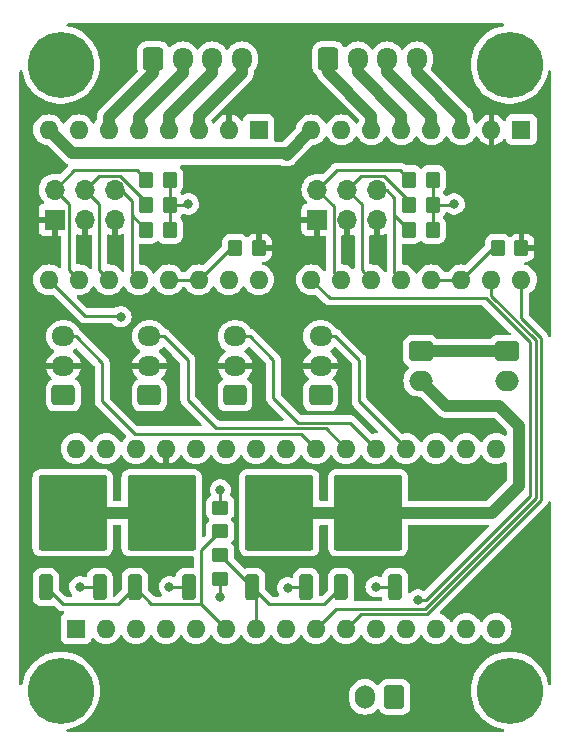
<source format=gbr>
%TF.GenerationSoftware,KiCad,Pcbnew,7.0.1-0*%
%TF.CreationDate,2024-10-14T15:01:22+02:00*%
%TF.ProjectId,SerialControllerBoard,53657269-616c-4436-9f6e-74726f6c6c65,rev?*%
%TF.SameCoordinates,Original*%
%TF.FileFunction,Copper,L1,Top*%
%TF.FilePolarity,Positive*%
%FSLAX46Y46*%
G04 Gerber Fmt 4.6, Leading zero omitted, Abs format (unit mm)*
G04 Created by KiCad (PCBNEW 7.0.1-0) date 2024-10-14 15:01:22*
%MOMM*%
%LPD*%
G01*
G04 APERTURE LIST*
G04 Aperture macros list*
%AMRoundRect*
0 Rectangle with rounded corners*
0 $1 Rounding radius*
0 $2 $3 $4 $5 $6 $7 $8 $9 X,Y pos of 4 corners*
0 Add a 4 corners polygon primitive as box body*
4,1,4,$2,$3,$4,$5,$6,$7,$8,$9,$2,$3,0*
0 Add four circle primitives for the rounded corners*
1,1,$1+$1,$2,$3*
1,1,$1+$1,$4,$5*
1,1,$1+$1,$6,$7*
1,1,$1+$1,$8,$9*
0 Add four rect primitives between the rounded corners*
20,1,$1+$1,$2,$3,$4,$5,0*
20,1,$1+$1,$4,$5,$6,$7,0*
20,1,$1+$1,$6,$7,$8,$9,0*
20,1,$1+$1,$8,$9,$2,$3,0*%
G04 Aperture macros list end*
%TA.AperFunction,ComponentPad*%
%ADD10RoundRect,0.250000X-0.600000X-0.725000X0.600000X-0.725000X0.600000X0.725000X-0.600000X0.725000X0*%
%TD*%
%TA.AperFunction,ComponentPad*%
%ADD11O,1.700000X1.950000*%
%TD*%
%TA.AperFunction,ComponentPad*%
%ADD12C,5.600000*%
%TD*%
%TA.AperFunction,ComponentPad*%
%ADD13R,1.700000X1.700000*%
%TD*%
%TA.AperFunction,ComponentPad*%
%ADD14O,1.700000X1.700000*%
%TD*%
%TA.AperFunction,ComponentPad*%
%ADD15RoundRect,0.250000X0.725000X-0.600000X0.725000X0.600000X-0.725000X0.600000X-0.725000X-0.600000X0*%
%TD*%
%TA.AperFunction,ComponentPad*%
%ADD16O,1.950000X1.700000*%
%TD*%
%TA.AperFunction,ComponentPad*%
%ADD17RoundRect,0.250000X-0.750000X0.600000X-0.750000X-0.600000X0.750000X-0.600000X0.750000X0.600000X0*%
%TD*%
%TA.AperFunction,ComponentPad*%
%ADD18O,2.000000X1.700000*%
%TD*%
%TA.AperFunction,ComponentPad*%
%ADD19R,1.600000X1.600000*%
%TD*%
%TA.AperFunction,ComponentPad*%
%ADD20O,1.600000X1.600000*%
%TD*%
%TA.AperFunction,SMDPad,CuDef*%
%ADD21RoundRect,0.250000X-0.450000X0.350000X-0.450000X-0.350000X0.450000X-0.350000X0.450000X0.350000X0*%
%TD*%
%TA.AperFunction,SMDPad,CuDef*%
%ADD22RoundRect,0.250000X0.350000X0.450000X-0.350000X0.450000X-0.350000X-0.450000X0.350000X-0.450000X0*%
%TD*%
%TA.AperFunction,SMDPad,CuDef*%
%ADD23RoundRect,0.250000X0.350000X-0.850000X0.350000X0.850000X-0.350000X0.850000X-0.350000X-0.850000X0*%
%TD*%
%TA.AperFunction,SMDPad,CuDef*%
%ADD24RoundRect,0.250000X1.125000X-1.275000X1.125000X1.275000X-1.125000X1.275000X-1.125000X-1.275000X0*%
%TD*%
%TA.AperFunction,SMDPad,CuDef*%
%ADD25RoundRect,0.249997X2.650003X-2.950003X2.650003X2.950003X-2.650003X2.950003X-2.650003X-2.950003X0*%
%TD*%
%TA.AperFunction,SMDPad,CuDef*%
%ADD26RoundRect,0.250000X0.450000X-0.350000X0.450000X0.350000X-0.450000X0.350000X-0.450000X-0.350000X0*%
%TD*%
%TA.AperFunction,ComponentPad*%
%ADD27RoundRect,0.250000X0.600000X0.750000X-0.600000X0.750000X-0.600000X-0.750000X0.600000X-0.750000X0*%
%TD*%
%TA.AperFunction,ComponentPad*%
%ADD28O,1.700000X2.000000*%
%TD*%
%TA.AperFunction,ViaPad*%
%ADD29C,0.800000*%
%TD*%
%TA.AperFunction,Conductor*%
%ADD30C,0.250000*%
%TD*%
%TA.AperFunction,Conductor*%
%ADD31C,1.000000*%
%TD*%
G04 APERTURE END LIST*
D10*
%TO.P,J10,1,Pin_1*%
%TO.N,Net-(A2-2B)*%
X131320000Y-43000000D03*
D11*
%TO.P,J10,2,Pin_2*%
%TO.N,Net-(A2-2A)*%
X133820000Y-43000000D03*
%TO.P,J10,3,Pin_3*%
%TO.N,Net-(A2-1A)*%
X136320000Y-43000000D03*
%TO.P,J10,4,Pin_4*%
%TO.N,Net-(A2-1B)*%
X138820000Y-43000000D03*
%TD*%
D12*
%TO.P,H1,1*%
%TO.N,N/C*%
X123500000Y-43500000D03*
%TD*%
D13*
%TO.P,J8,1,Pin_1*%
%TO.N,+5V*%
X122975000Y-56615000D03*
D14*
%TO.P,J8,2,Pin_2*%
%TO.N,Net-(A2-MS1)*%
X122975000Y-54075000D03*
%TO.P,J8,3,Pin_3*%
%TO.N,+5V*%
X125515000Y-56615000D03*
%TO.P,J8,4,Pin_4*%
%TO.N,Net-(A2-MS2)*%
X125515000Y-54075000D03*
%TO.P,J8,5,Pin_5*%
%TO.N,+5V*%
X128055000Y-56615000D03*
%TO.P,J8,6,Pin_6*%
%TO.N,Net-(A2-MS3)*%
X128055000Y-54075000D03*
%TD*%
D15*
%TO.P,J5,1,Pin_1*%
%TO.N,GND*%
X123725000Y-71500000D03*
D16*
%TO.P,J5,2,Pin_2*%
%TO.N,+5V*%
X123725000Y-69000000D03*
%TO.P,J5,3,Pin_3*%
%TO.N,mag-sensor*%
X123725000Y-66500000D03*
%TD*%
D12*
%TO.P,H2,1*%
%TO.N,N/C*%
X161500000Y-43500000D03*
%TD*%
D10*
%TO.P,J11,1,Pin_1*%
%TO.N,Net-(A3-2B)*%
X146150000Y-43000000D03*
D11*
%TO.P,J11,2,Pin_2*%
%TO.N,Net-(A3-2A)*%
X148650000Y-43000000D03*
%TO.P,J11,3,Pin_3*%
%TO.N,Net-(A3-1A)*%
X151150000Y-43000000D03*
%TO.P,J11,4,Pin_4*%
%TO.N,Net-(A3-1B)*%
X153650000Y-43000000D03*
%TD*%
D17*
%TO.P,J6,1,Pin_1*%
%TO.N,VCC*%
X161250000Y-67750000D03*
D18*
%TO.P,J6,2,Pin_2*%
%TO.N,Net-(J6-Pin_2)*%
X161250000Y-70250000D03*
%TD*%
D15*
%TO.P,J4,1,Pin_1*%
%TO.N,GND*%
X131000000Y-71500000D03*
D16*
%TO.P,J4,2,Pin_2*%
%TO.N,+5V*%
X131000000Y-69000000D03*
%TO.P,J4,3,Pin_3*%
%TO.N,endstop-pitch-2*%
X131000000Y-66500000D03*
%TD*%
D19*
%TO.P,A1,1,D1/TX*%
%TO.N,unconnected-(A1-D1{slash}TX-Pad1)*%
X124800000Y-91240000D03*
D20*
%TO.P,A1,2,D0/RX*%
%TO.N,unconnected-(A1-D0{slash}RX-Pad2)*%
X127340000Y-91240000D03*
%TO.P,A1,3,~{RESET}*%
%TO.N,unconnected-(A1-~{RESET}-Pad3)*%
X129880000Y-91240000D03*
%TO.P,A1,4,GND*%
%TO.N,GND*%
X132420000Y-91240000D03*
%TO.P,A1,5,D2*%
%TO.N,unconnected-(A1-D2-Pad5)*%
X134960000Y-91240000D03*
%TO.P,A1,6,D3*%
%TO.N,trigger-primary*%
X137500000Y-91240000D03*
%TO.P,A1,7,D4*%
%TO.N,trigger-secondary*%
X140040000Y-91240000D03*
%TO.P,A1,8,D5*%
%TO.N,unconnected-(A1-D5-Pad8)*%
X142580000Y-91240000D03*
%TO.P,A1,9,D6*%
%TO.N,pitch-step*%
X145120000Y-91240000D03*
%TO.P,A1,10,D7*%
%TO.N,pitch-dir*%
X147660000Y-91240000D03*
%TO.P,A1,11,D8*%
%TO.N,pitch-enable*%
X150200000Y-91240000D03*
%TO.P,A1,12,D9*%
%TO.N,unconnected-(A1-D9-Pad12)*%
X152740000Y-91240000D03*
%TO.P,A1,13,D10*%
%TO.N,unconnected-(A1-D10-Pad13)*%
X155280000Y-91240000D03*
%TO.P,A1,14,D11*%
%TO.N,yaw-step*%
X157820000Y-91240000D03*
%TO.P,A1,15,D12*%
%TO.N,yaw-dir*%
X160360000Y-91240000D03*
%TO.P,A1,16,D13*%
%TO.N,yaw-enable*%
X160360000Y-76000000D03*
%TO.P,A1,17,3V3*%
%TO.N,unconnected-(A1-3V3-Pad17)*%
X157820000Y-76000000D03*
%TO.P,A1,18,AREF*%
%TO.N,unconnected-(A1-AREF-Pad18)*%
X155280000Y-76000000D03*
%TO.P,A1,19,A0*%
%TO.N,endstop-yaw*%
X152740000Y-76000000D03*
%TO.P,A1,20,A1*%
%TO.N,endstop-pitch-1*%
X150200000Y-76000000D03*
%TO.P,A1,21,A2*%
%TO.N,endstop-pitch-2*%
X147660000Y-76000000D03*
%TO.P,A1,22,A3*%
%TO.N,mag-sensor*%
X145120000Y-76000000D03*
%TO.P,A1,23,A4*%
%TO.N,unconnected-(A1-A4-Pad23)*%
X142580000Y-76000000D03*
%TO.P,A1,24,A5*%
%TO.N,unconnected-(A1-A5-Pad24)*%
X140040000Y-76000000D03*
%TO.P,A1,25,A6*%
%TO.N,unconnected-(A1-A6-Pad25)*%
X137500000Y-76000000D03*
%TO.P,A1,26,A7*%
%TO.N,unconnected-(A1-A7-Pad26)*%
X134960000Y-76000000D03*
%TO.P,A1,27,+5V*%
%TO.N,+5V*%
X132420000Y-76000000D03*
%TO.P,A1,28,~{RESET}*%
%TO.N,unconnected-(A1-~{RESET}-Pad28)*%
X129880000Y-76000000D03*
%TO.P,A1,29,GND*%
%TO.N,GND*%
X127340000Y-76000000D03*
%TO.P,A1,30,VIN*%
%TO.N,unconnected-(A1-VIN-Pad30)*%
X124800000Y-76000000D03*
%TD*%
D21*
%TO.P,R2,1*%
%TO.N,trigger-secondary*%
X137000000Y-85000000D03*
%TO.P,R2,2*%
%TO.N,GND*%
X137000000Y-87000000D03*
%TD*%
D22*
%TO.P,R10,1*%
%TO.N,GND*%
X155000000Y-57465000D03*
%TO.P,R10,2*%
%TO.N,Net-(A3-MS3)*%
X153000000Y-57465000D03*
%TD*%
D12*
%TO.P,H4,1*%
%TO.N,N/C*%
X161500000Y-96500000D03*
%TD*%
D19*
%TO.P,A2,1,GND*%
%TO.N,GND*%
X140250000Y-49000000D03*
D20*
%TO.P,A2,2,VDD*%
%TO.N,+5V*%
X137710000Y-49000000D03*
%TO.P,A2,3,1B*%
%TO.N,Net-(A2-1B)*%
X135170000Y-49000000D03*
%TO.P,A2,4,1A*%
%TO.N,Net-(A2-1A)*%
X132630000Y-49000000D03*
%TO.P,A2,5,2A*%
%TO.N,Net-(A2-2A)*%
X130090000Y-49000000D03*
%TO.P,A2,6,2B*%
%TO.N,Net-(A2-2B)*%
X127550000Y-49000000D03*
%TO.P,A2,7,GND*%
%TO.N,GND*%
X125010000Y-49000000D03*
%TO.P,A2,8,VMOT*%
%TO.N,VCC*%
X122470000Y-49000000D03*
%TO.P,A2,9,~{ENABLE}*%
%TO.N,yaw-enable*%
X122470000Y-61700000D03*
%TO.P,A2,10,MS1*%
%TO.N,Net-(A2-MS1)*%
X125010000Y-61700000D03*
%TO.P,A2,11,MS2*%
%TO.N,Net-(A2-MS2)*%
X127550000Y-61700000D03*
%TO.P,A2,12,MS3*%
%TO.N,Net-(A2-MS3)*%
X130090000Y-61700000D03*
%TO.P,A2,13,~{RESET}*%
%TO.N,Net-(A2-~{RESET})*%
X132630000Y-61700000D03*
%TO.P,A2,14,~{SLEEP}*%
X135170000Y-61700000D03*
%TO.P,A2,15,STEP*%
%TO.N,yaw-step*%
X137710000Y-61700000D03*
%TO.P,A2,16,DIR*%
%TO.N,yaw-dir*%
X140250000Y-61700000D03*
%TD*%
D22*
%TO.P,R7,1*%
%TO.N,+5V*%
X140250000Y-59000000D03*
%TO.P,R7,2*%
%TO.N,Net-(A2-~{RESET})*%
X138250000Y-59000000D03*
%TD*%
%TO.P,R5,1*%
%TO.N,GND*%
X132750000Y-55340000D03*
%TO.P,R5,2*%
%TO.N,Net-(A2-MS2)*%
X130750000Y-55340000D03*
%TD*%
D23*
%TO.P,Q3,1,G*%
%TO.N,trigger-primary*%
X129750000Y-87725000D03*
D24*
%TO.P,Q3,2,D*%
%TO.N,Net-(J6-Pin_2)*%
X130505000Y-83100000D03*
X133555000Y-83100000D03*
D25*
X132030000Y-81425000D03*
D24*
X130505000Y-79750000D03*
X133555000Y-79750000D03*
D23*
%TO.P,Q3,3,S*%
%TO.N,GND*%
X134310000Y-87725000D03*
%TD*%
D22*
%TO.P,R8,1*%
%TO.N,+5V*%
X162500000Y-59000000D03*
%TO.P,R8,2*%
%TO.N,Net-(A3-~{RESET})*%
X160500000Y-59000000D03*
%TD*%
%TO.P,R3,1*%
%TO.N,GND*%
X132750000Y-53215000D03*
%TO.P,R3,2*%
%TO.N,Net-(A2-MS1)*%
X130750000Y-53215000D03*
%TD*%
D23*
%TO.P,Q4,1,G*%
%TO.N,trigger-secondary*%
X147220000Y-87725000D03*
D24*
%TO.P,Q4,2,D*%
%TO.N,Net-(J7-Pin_2)*%
X147975000Y-83100000D03*
X151025000Y-83100000D03*
D25*
X149500000Y-81425000D03*
D24*
X147975000Y-79750000D03*
X151025000Y-79750000D03*
D23*
%TO.P,Q4,3,S*%
%TO.N,GND*%
X151780000Y-87725000D03*
%TD*%
D17*
%TO.P,J7,1,Pin_1*%
%TO.N,VCC*%
X154000000Y-67750000D03*
D18*
%TO.P,J7,2,Pin_2*%
%TO.N,Net-(J7-Pin_2)*%
X154000000Y-70250000D03*
%TD*%
D22*
%TO.P,R4,1*%
%TO.N,GND*%
X155000000Y-53215000D03*
%TO.P,R4,2*%
%TO.N,Net-(A3-MS1)*%
X153000000Y-53215000D03*
%TD*%
D26*
%TO.P,R1,1*%
%TO.N,trigger-primary*%
X137000000Y-83000000D03*
%TO.P,R1,2*%
%TO.N,GND*%
X137000000Y-81000000D03*
%TD*%
D23*
%TO.P,Q2,1,G*%
%TO.N,trigger-secondary*%
X139720000Y-87725000D03*
D24*
%TO.P,Q2,2,D*%
%TO.N,Net-(J7-Pin_2)*%
X140475000Y-83100000D03*
X143525000Y-83100000D03*
D25*
X142000000Y-81425000D03*
D24*
X140475000Y-79750000D03*
X143525000Y-79750000D03*
D23*
%TO.P,Q2,3,S*%
%TO.N,GND*%
X144280000Y-87725000D03*
%TD*%
D12*
%TO.P,H3,1*%
%TO.N,N/C*%
X123500000Y-96500000D03*
%TD*%
D27*
%TO.P,J1,1,Pin_1*%
%TO.N,VCC*%
X151750000Y-97025000D03*
D28*
%TO.P,J1,2,Pin_2*%
%TO.N,GND*%
X149250000Y-97025000D03*
%TD*%
D15*
%TO.P,J2,1,Pin_1*%
%TO.N,GND*%
X145500000Y-71500000D03*
D16*
%TO.P,J2,2,Pin_2*%
%TO.N,+5V*%
X145500000Y-69000000D03*
%TO.P,J2,3,Pin_3*%
%TO.N,endstop-yaw*%
X145500000Y-66500000D03*
%TD*%
D13*
%TO.P,J9,1,Pin_1*%
%TO.N,+5V*%
X145225000Y-56615000D03*
D14*
%TO.P,J9,2,Pin_2*%
%TO.N,Net-(A3-MS1)*%
X145225000Y-54075000D03*
%TO.P,J9,3,Pin_3*%
%TO.N,+5V*%
X147765000Y-56615000D03*
%TO.P,J9,4,Pin_4*%
%TO.N,Net-(A3-MS2)*%
X147765000Y-54075000D03*
%TO.P,J9,5,Pin_5*%
%TO.N,+5V*%
X150305000Y-56615000D03*
%TO.P,J9,6,Pin_6*%
%TO.N,Net-(A3-MS3)*%
X150305000Y-54075000D03*
%TD*%
D22*
%TO.P,R6,1*%
%TO.N,GND*%
X155000000Y-55340000D03*
%TO.P,R6,2*%
%TO.N,Net-(A3-MS2)*%
X153000000Y-55340000D03*
%TD*%
D15*
%TO.P,J3,1,Pin_1*%
%TO.N,GND*%
X138250000Y-71500000D03*
D16*
%TO.P,J3,2,Pin_2*%
%TO.N,+5V*%
X138250000Y-69000000D03*
%TO.P,J3,3,Pin_3*%
%TO.N,endstop-pitch-1*%
X138250000Y-66500000D03*
%TD*%
D22*
%TO.P,R9,1*%
%TO.N,GND*%
X132750000Y-57465000D03*
%TO.P,R9,2*%
%TO.N,Net-(A2-MS3)*%
X130750000Y-57465000D03*
%TD*%
D19*
%TO.P,A3,1,GND*%
%TO.N,GND*%
X162500000Y-49000000D03*
D20*
%TO.P,A3,2,VDD*%
%TO.N,+5V*%
X159960000Y-49000000D03*
%TO.P,A3,3,1B*%
%TO.N,Net-(A3-1B)*%
X157420000Y-49000000D03*
%TO.P,A3,4,1A*%
%TO.N,Net-(A3-1A)*%
X154880000Y-49000000D03*
%TO.P,A3,5,2A*%
%TO.N,Net-(A3-2A)*%
X152340000Y-49000000D03*
%TO.P,A3,6,2B*%
%TO.N,Net-(A3-2B)*%
X149800000Y-49000000D03*
%TO.P,A3,7,GND*%
%TO.N,GND*%
X147260000Y-49000000D03*
%TO.P,A3,8,VMOT*%
%TO.N,VCC*%
X144720000Y-49000000D03*
%TO.P,A3,9,~{ENABLE}*%
%TO.N,pitch-enable*%
X144720000Y-61700000D03*
%TO.P,A3,10,MS1*%
%TO.N,Net-(A3-MS1)*%
X147260000Y-61700000D03*
%TO.P,A3,11,MS2*%
%TO.N,Net-(A3-MS2)*%
X149800000Y-61700000D03*
%TO.P,A3,12,MS3*%
%TO.N,Net-(A3-MS3)*%
X152340000Y-61700000D03*
%TO.P,A3,13,~{RESET}*%
%TO.N,Net-(A3-~{RESET})*%
X154880000Y-61700000D03*
%TO.P,A3,14,~{SLEEP}*%
X157420000Y-61700000D03*
%TO.P,A3,15,STEP*%
%TO.N,pitch-step*%
X159960000Y-61700000D03*
%TO.P,A3,16,DIR*%
%TO.N,pitch-dir*%
X162500000Y-61700000D03*
%TD*%
D23*
%TO.P,Q1,1,G*%
%TO.N,trigger-primary*%
X122220000Y-87725000D03*
D24*
%TO.P,Q1,2,D*%
%TO.N,Net-(J6-Pin_2)*%
X122975000Y-83100000D03*
X126025000Y-83100000D03*
D25*
X124500000Y-81425000D03*
D24*
X122975000Y-79750000D03*
X126025000Y-79750000D03*
D23*
%TO.P,Q1,3,S*%
%TO.N,GND*%
X126780000Y-87725000D03*
%TD*%
D29*
%TO.N,GND*%
X134300000Y-55300000D03*
X137000000Y-88600000D03*
X142700000Y-87800000D03*
X137000000Y-79500000D03*
X125100000Y-87700000D03*
X150200000Y-87700000D03*
X156800000Y-55300000D03*
X132700000Y-87700000D03*
%TO.N,pitch-enable*%
X153750000Y-88825500D03*
%TO.N,yaw-enable*%
X128580497Y-64830497D03*
%TO.N,VCC*%
X142610000Y-51110000D03*
X157800000Y-67750000D03*
%TO.N,Net-(J6-Pin_2)*%
X128300000Y-81425000D03*
%TD*%
D30*
%TO.N,GND*%
X155000000Y-55340000D02*
X156760000Y-55340000D01*
X137000000Y-87000000D02*
X137000000Y-88600000D01*
X132750000Y-55340000D02*
X134260000Y-55340000D01*
X132750000Y-55340000D02*
X132750000Y-57465000D01*
X142775000Y-87725000D02*
X142700000Y-87800000D01*
X137000000Y-81000000D02*
X137000000Y-79500000D01*
X150225000Y-87725000D02*
X150200000Y-87700000D01*
X155000000Y-55340000D02*
X155000000Y-57465000D01*
X126780000Y-87725000D02*
X125125000Y-87725000D01*
X132725000Y-87725000D02*
X132700000Y-87700000D01*
X144280000Y-87725000D02*
X142775000Y-87725000D01*
X156760000Y-55340000D02*
X156800000Y-55300000D01*
X134260000Y-55340000D02*
X134300000Y-55300000D01*
X155000000Y-53215000D02*
X155000000Y-55340000D01*
X134310000Y-87725000D02*
X132725000Y-87725000D01*
X132750000Y-53215000D02*
X132750000Y-55340000D01*
X151780000Y-87725000D02*
X150225000Y-87725000D01*
X125125000Y-87725000D02*
X125100000Y-87700000D01*
%TO.N,trigger-primary*%
X131175000Y-89150000D02*
X135410000Y-89150000D01*
X123645000Y-89150000D02*
X128325000Y-89150000D01*
X122220000Y-87725000D02*
X123645000Y-89150000D01*
X135410000Y-84590000D02*
X135410000Y-89150000D01*
X135410000Y-89150000D02*
X137500000Y-91240000D01*
X129750000Y-87725000D02*
X131175000Y-89150000D01*
X137000000Y-83000000D02*
X135410000Y-84590000D01*
X128325000Y-89150000D02*
X129750000Y-87725000D01*
%TO.N,trigger-secondary*%
X140040000Y-88045000D02*
X140040000Y-91240000D01*
X139720000Y-87725000D02*
X141145000Y-89150000D01*
X139720000Y-87725000D02*
X140040000Y-88045000D01*
X145795000Y-89150000D02*
X147220000Y-87725000D01*
X137000000Y-85005000D02*
X139720000Y-87725000D01*
X137000000Y-85000000D02*
X137000000Y-85005000D01*
X141145000Y-89150000D02*
X145795000Y-89150000D01*
%TO.N,pitch-step*%
X163700000Y-80163604D02*
X163700000Y-66813604D01*
X159960000Y-63073604D02*
X159960000Y-61700000D01*
X163700000Y-66813604D02*
X159960000Y-63073604D01*
X154313604Y-89550000D02*
X163700000Y-80163604D01*
X146810000Y-89550000D02*
X154313604Y-89550000D01*
X145120000Y-91240000D02*
X146810000Y-89550000D01*
%TO.N,pitch-dir*%
X164150000Y-80350000D02*
X164150000Y-66627208D01*
X164150000Y-66627208D02*
X162500000Y-64977208D01*
X162500000Y-64977208D02*
X162500000Y-61700000D01*
X154500000Y-90000000D02*
X164150000Y-80350000D01*
X148900000Y-90000000D02*
X154500000Y-90000000D01*
X147660000Y-91240000D02*
X148900000Y-90000000D01*
%TO.N,pitch-enable*%
X163250000Y-79977208D02*
X154396967Y-88830241D01*
X144720000Y-61700000D02*
X146270000Y-63250000D01*
X159500000Y-63250000D02*
X163250000Y-67000000D01*
X163250000Y-67000000D02*
X163250000Y-79977208D01*
X153754741Y-88830241D02*
X153750000Y-88825500D01*
X146270000Y-63250000D02*
X159500000Y-63250000D01*
X154396967Y-88830241D02*
X153754741Y-88830241D01*
%TO.N,yaw-enable*%
X122470000Y-61700000D02*
X125520000Y-64750000D01*
X125520000Y-64750000D02*
X128500000Y-64750000D01*
X128500000Y-64750000D02*
X128580497Y-64830497D01*
D31*
%TO.N,Net-(A2-1B)*%
X138820000Y-43000000D02*
X138820000Y-44180000D01*
X135170000Y-47830000D02*
X135170000Y-49000000D01*
X138820000Y-44180000D02*
X135170000Y-47830000D01*
%TO.N,Net-(A2-1A)*%
X136320000Y-44180000D02*
X132630000Y-47870000D01*
X132630000Y-47870000D02*
X132630000Y-49000000D01*
X136320000Y-43000000D02*
X136320000Y-44180000D01*
%TO.N,Net-(A2-2A)*%
X133820000Y-43000000D02*
X133820000Y-44180000D01*
X130090000Y-47910000D02*
X130090000Y-49000000D01*
X133820000Y-44180000D02*
X130090000Y-47910000D01*
%TO.N,Net-(A2-2B)*%
X131320000Y-44180000D02*
X127550000Y-47950000D01*
X127550000Y-47950000D02*
X127550000Y-49000000D01*
X131320000Y-43000000D02*
X131320000Y-44180000D01*
%TO.N,VCC*%
X154000000Y-67750000D02*
X157800000Y-67750000D01*
X142610000Y-51110000D02*
X142500000Y-51000000D01*
X157800000Y-67750000D02*
X161250000Y-67750000D01*
X144720000Y-49000000D02*
X142610000Y-51110000D01*
X124470000Y-51000000D02*
X122470000Y-49000000D01*
X142500000Y-51000000D02*
X124470000Y-51000000D01*
D30*
%TO.N,Net-(A2-MS1)*%
X124150000Y-55250000D02*
X124150000Y-60840000D01*
X124150000Y-60840000D02*
X125010000Y-61700000D01*
X124600000Y-52450000D02*
X129985000Y-52450000D01*
X122975000Y-54075000D02*
X124150000Y-55250000D01*
X122975000Y-54075000D02*
X124600000Y-52450000D01*
X129985000Y-52450000D02*
X130750000Y-53215000D01*
%TO.N,Net-(A2-MS2)*%
X126690000Y-52900000D02*
X125515000Y-54075000D01*
X126750000Y-60900000D02*
X127550000Y-61700000D01*
X130750000Y-55108299D02*
X128541701Y-52900000D01*
X126750000Y-55310000D02*
X126750000Y-60900000D01*
X128541701Y-52900000D02*
X126690000Y-52900000D01*
X125515000Y-54075000D02*
X126750000Y-55310000D01*
X130750000Y-55340000D02*
X130750000Y-55108299D01*
%TO.N,Net-(A2-MS3)*%
X129500000Y-55000000D02*
X129500000Y-56215000D01*
X129500000Y-61110000D02*
X129500000Y-56215000D01*
X128575000Y-54075000D02*
X129500000Y-55000000D01*
X129500000Y-56215000D02*
X130750000Y-57465000D01*
X130090000Y-61700000D02*
X129500000Y-61110000D01*
X128055000Y-54075000D02*
X128575000Y-54075000D01*
%TO.N,Net-(A2-~{RESET})*%
X138250000Y-59000000D02*
X137870000Y-59000000D01*
X132630000Y-61700000D02*
X135170000Y-61700000D01*
X137870000Y-59000000D02*
X135170000Y-61700000D01*
D31*
%TO.N,Net-(A3-1B)*%
X157420000Y-47920000D02*
X157420000Y-49000000D01*
X153650000Y-44150000D02*
X157420000Y-47920000D01*
X153650000Y-43000000D02*
X153650000Y-44150000D01*
%TO.N,Net-(A3-1A)*%
X151150000Y-43000000D02*
X151150000Y-44150000D01*
X154880000Y-47880000D02*
X154880000Y-49000000D01*
X151150000Y-44150000D02*
X154880000Y-47880000D01*
%TO.N,Net-(A3-2A)*%
X152340000Y-47840000D02*
X152340000Y-49000000D01*
X148650000Y-43000000D02*
X148650000Y-44150000D01*
X148650000Y-44150000D02*
X152340000Y-47840000D01*
%TO.N,Net-(A3-2B)*%
X146150000Y-43000000D02*
X146150000Y-44150000D01*
X146150000Y-44150000D02*
X149800000Y-47800000D01*
X149800000Y-47800000D02*
X149800000Y-49000000D01*
D30*
%TO.N,Net-(A3-MS1)*%
X153000000Y-53215000D02*
X152235000Y-52450000D01*
X146850000Y-52450000D02*
X145225000Y-54075000D01*
X152235000Y-52450000D02*
X146850000Y-52450000D01*
X145225000Y-54075000D02*
X146590000Y-55440000D01*
X146590000Y-55440000D02*
X146590000Y-61030000D01*
X146590000Y-61030000D02*
X147260000Y-61700000D01*
%TO.N,Net-(A3-MS2)*%
X150900000Y-52900000D02*
X148940000Y-52900000D01*
X149000000Y-60900000D02*
X149800000Y-61700000D01*
X149000000Y-55310000D02*
X149000000Y-60900000D01*
X153000000Y-55340000D02*
X153000000Y-55000000D01*
X148940000Y-52900000D02*
X147765000Y-54075000D01*
X147765000Y-54075000D02*
X149000000Y-55310000D01*
X153000000Y-55000000D02*
X150900000Y-52900000D01*
%TO.N,Net-(A3-MS3)*%
X150305000Y-54075000D02*
X151075000Y-54075000D01*
X151750000Y-56215000D02*
X153000000Y-57465000D01*
X151075000Y-54075000D02*
X151750000Y-54750000D01*
X151750000Y-54750000D02*
X151750000Y-56215000D01*
X152340000Y-61700000D02*
X151750000Y-61110000D01*
X151750000Y-61110000D02*
X151750000Y-56215000D01*
%TO.N,Net-(A3-~{RESET})*%
X160120000Y-59000000D02*
X157420000Y-61700000D01*
X154880000Y-61700000D02*
X157420000Y-61700000D01*
X160500000Y-59000000D02*
X160120000Y-59000000D01*
%TO.N,endstop-yaw*%
X146750000Y-66500000D02*
X148750000Y-68500000D01*
X148750000Y-68500000D02*
X148750000Y-72000000D01*
X152740000Y-75990000D02*
X152740000Y-76000000D01*
X148750000Y-72000000D02*
X152740000Y-75990000D01*
X145500000Y-66500000D02*
X146750000Y-66500000D01*
%TO.N,endstop-pitch-1*%
X141500000Y-71687500D02*
X143612500Y-73800000D01*
X148000000Y-73800000D02*
X150200000Y-76000000D01*
X138250000Y-66500000D02*
X139500000Y-66500000D01*
X141500000Y-68500000D02*
X141500000Y-71687500D01*
X139500000Y-66500000D02*
X141500000Y-68500000D01*
X143612500Y-73800000D02*
X148000000Y-73800000D01*
%TO.N,endstop-pitch-2*%
X134250000Y-68500000D02*
X134250000Y-71875000D01*
X136625000Y-74250000D02*
X145910000Y-74250000D01*
X130975000Y-66500000D02*
X131100000Y-66500000D01*
X145910000Y-74250000D02*
X147660000Y-76000000D01*
X132250000Y-66500000D02*
X134250000Y-68500000D01*
X131000000Y-66500000D02*
X132250000Y-66500000D01*
X134250000Y-71875000D02*
X136625000Y-74250000D01*
%TO.N,mag-sensor*%
X127000000Y-72000000D02*
X129750000Y-74750000D01*
X124750000Y-66500000D02*
X127000000Y-68750000D01*
X129750000Y-74750000D02*
X143870000Y-74750000D01*
X123725000Y-66500000D02*
X124750000Y-66500000D01*
X143870000Y-74750000D02*
X145120000Y-76000000D01*
X127000000Y-68750000D02*
X127000000Y-72000000D01*
D31*
%TO.N,Net-(J6-Pin_2)*%
X124500000Y-81425000D02*
X132030000Y-81425000D01*
%TO.N,Net-(J7-Pin_2)*%
X162250000Y-79150000D02*
X162250000Y-74050000D01*
X160600000Y-72400000D02*
X156150000Y-72400000D01*
X162250000Y-74050000D02*
X160600000Y-72400000D01*
X156150000Y-72400000D02*
X154000000Y-70250000D01*
X142000000Y-81425000D02*
X149500000Y-81425000D01*
X149500000Y-81425000D02*
X159975000Y-81425000D01*
X159975000Y-81425000D02*
X162250000Y-79150000D01*
%TD*%
%TA.AperFunction,Conductor*%
%TO.N,+5V*%
G36*
X128243000Y-56381613D02*
G01*
X128288387Y-56427000D01*
X128305000Y-56489000D01*
X128305000Y-57945635D01*
X128518492Y-57888430D01*
X128698095Y-57804680D01*
X128758610Y-57793327D01*
X128817125Y-57812481D01*
X128859214Y-57857419D01*
X128874500Y-57917062D01*
X128874500Y-60930951D01*
X128858953Y-60991068D01*
X128816210Y-61036109D01*
X128756989Y-61054781D01*
X128696142Y-61042401D01*
X128648925Y-61002074D01*
X128550046Y-60860859D01*
X128389140Y-60699953D01*
X128202735Y-60569432D01*
X127996497Y-60473261D01*
X127776689Y-60414364D01*
X127549999Y-60394531D01*
X127510307Y-60398004D01*
X127443849Y-60385286D01*
X127393961Y-60339573D01*
X127375500Y-60274476D01*
X127375500Y-57982345D01*
X127390786Y-57922702D01*
X127432875Y-57877764D01*
X127491391Y-57858610D01*
X127551906Y-57869963D01*
X127591509Y-57888431D01*
X127804999Y-57945635D01*
X127805000Y-57945636D01*
X127805000Y-56865000D01*
X127499500Y-56865000D01*
X127437500Y-56848387D01*
X127392113Y-56803000D01*
X127375500Y-56741000D01*
X127375500Y-56489000D01*
X127392113Y-56427000D01*
X127437500Y-56381613D01*
X127499500Y-56365000D01*
X128181000Y-56365000D01*
X128243000Y-56381613D01*
G37*
%TD.AperFunction*%
%TA.AperFunction,Conductor*%
G36*
X126062500Y-56381613D02*
G01*
X126107887Y-56427000D01*
X126124500Y-56489000D01*
X126124500Y-56741000D01*
X126107887Y-56803000D01*
X126062500Y-56848387D01*
X126000500Y-56865000D01*
X125765000Y-56865000D01*
X125765000Y-57945635D01*
X125968406Y-57891133D01*
X126024691Y-57889291D01*
X126075986Y-57912532D01*
X126111712Y-57956064D01*
X126124500Y-58010908D01*
X126124500Y-60675951D01*
X126110985Y-60732246D01*
X126073385Y-60776269D01*
X126019898Y-60798424D01*
X125962182Y-60793882D01*
X125912819Y-60763632D01*
X125849140Y-60699953D01*
X125662735Y-60569432D01*
X125456497Y-60473261D01*
X125236689Y-60414364D01*
X125010000Y-60394531D01*
X124916952Y-60402672D01*
X124910307Y-60403253D01*
X124843849Y-60390537D01*
X124793962Y-60344823D01*
X124775500Y-60279726D01*
X124775500Y-57954367D01*
X124790786Y-57894724D01*
X124832875Y-57849786D01*
X124891390Y-57830632D01*
X124951905Y-57841985D01*
X125051507Y-57888430D01*
X125264999Y-57945635D01*
X125265000Y-57945636D01*
X125265000Y-56865000D01*
X124899500Y-56865000D01*
X124837500Y-56848387D01*
X124792113Y-56803000D01*
X124775500Y-56741000D01*
X124775500Y-56489000D01*
X124792113Y-56427000D01*
X124837500Y-56381613D01*
X124899500Y-56365000D01*
X126000500Y-56365000D01*
X126062500Y-56381613D01*
G37*
%TD.AperFunction*%
%TA.AperFunction,Conductor*%
G36*
X160963036Y-40014945D02*
G01*
X161007586Y-40054913D01*
X161028226Y-40111093D01*
X161020146Y-40170397D01*
X160985229Y-40219008D01*
X160931609Y-40245600D01*
X160858420Y-40261710D01*
X160615728Y-40315131D01*
X160443283Y-40373234D01*
X160276565Y-40429409D01*
X160276562Y-40429410D01*
X160276560Y-40429411D01*
X159951749Y-40579683D01*
X159645081Y-40764199D01*
X159360161Y-40980789D01*
X159100332Y-41226913D01*
X158868636Y-41499686D01*
X158667786Y-41795919D01*
X158500146Y-42112118D01*
X158367674Y-42444598D01*
X158271930Y-42789440D01*
X158214027Y-43142635D01*
X158194651Y-43500000D01*
X158214027Y-43857364D01*
X158271930Y-44210559D01*
X158367674Y-44555401D01*
X158500146Y-44887881D01*
X158667786Y-45204080D01*
X158868636Y-45500313D01*
X159100332Y-45773086D01*
X159360161Y-46019210D01*
X159645081Y-46235800D01*
X159951747Y-46420315D01*
X160276565Y-46570591D01*
X160615726Y-46684868D01*
X160965254Y-46761805D01*
X161286151Y-46796704D01*
X161321051Y-46800500D01*
X161321052Y-46800500D01*
X161678948Y-46800500D01*
X161678949Y-46800500D01*
X161710730Y-46797043D01*
X162034746Y-46761805D01*
X162384274Y-46684868D01*
X162723435Y-46570591D01*
X163048253Y-46420315D01*
X163354919Y-46235800D01*
X163639837Y-46019211D01*
X163899668Y-45773086D01*
X164131365Y-45500311D01*
X164332211Y-45204085D01*
X164489245Y-44907889D01*
X164499853Y-44887881D01*
X164632325Y-44555401D01*
X164728069Y-44210559D01*
X164728068Y-44210559D01*
X164728071Y-44210552D01*
X164753133Y-44057674D01*
X164777466Y-44001808D01*
X164825474Y-43964277D01*
X164885564Y-43954147D01*
X164943223Y-43973865D01*
X164984527Y-44018669D01*
X164999500Y-44077738D01*
X164999500Y-66423615D01*
X164981024Y-66488736D01*
X164931100Y-66534451D01*
X164864608Y-66547136D01*
X164801361Y-66523010D01*
X164760209Y-66469265D01*
X164744584Y-66429803D01*
X164740805Y-66418768D01*
X164728617Y-66376818D01*
X164718421Y-66359577D01*
X164709863Y-66342110D01*
X164702486Y-66323476D01*
X164676798Y-66288120D01*
X164670409Y-66278392D01*
X164648170Y-66240787D01*
X164634005Y-66226622D01*
X164621369Y-66211828D01*
X164609595Y-66195622D01*
X164600163Y-66187819D01*
X164575935Y-66167776D01*
X164567305Y-66159922D01*
X163161819Y-64754436D01*
X163134939Y-64714208D01*
X163125500Y-64666755D01*
X163125500Y-62914188D01*
X163139511Y-62856931D01*
X163178377Y-62812613D01*
X163339140Y-62700046D01*
X163500046Y-62539140D01*
X163612612Y-62378377D01*
X163630568Y-62352734D01*
X163726739Y-62146496D01*
X163785635Y-61926692D01*
X163805468Y-61700000D01*
X163785635Y-61473308D01*
X163726739Y-61253504D01*
X163630568Y-61047266D01*
X163627596Y-61043022D01*
X163500046Y-60860859D01*
X163339140Y-60699953D01*
X163152735Y-60569432D01*
X162946496Y-60473261D01*
X162836449Y-60443774D01*
X162784769Y-60415421D01*
X162752020Y-60366410D01*
X162745603Y-60307814D01*
X162766967Y-60252876D01*
X162811285Y-60214010D01*
X162868542Y-60199999D01*
X162899979Y-60199999D01*
X163002695Y-60189506D01*
X163169122Y-60134357D01*
X163318345Y-60042316D01*
X163442316Y-59918345D01*
X163534357Y-59769122D01*
X163589506Y-59602696D01*
X163600000Y-59499979D01*
X163600000Y-59250000D01*
X162374000Y-59250000D01*
X162312000Y-59233387D01*
X162266613Y-59188000D01*
X162250000Y-59126000D01*
X162250000Y-57800001D01*
X162100021Y-57800001D01*
X161997304Y-57810493D01*
X161830877Y-57865642D01*
X161681656Y-57957681D01*
X161588034Y-58051304D01*
X161532446Y-58083397D01*
X161468259Y-58083397D01*
X161412672Y-58051303D01*
X161318657Y-57957288D01*
X161169334Y-57865186D01*
X161002797Y-57810000D01*
X160904904Y-57800000D01*
X162750000Y-57800000D01*
X162750000Y-58750000D01*
X163599999Y-58750000D01*
X163599999Y-58500021D01*
X163589506Y-58397304D01*
X163534357Y-58230877D01*
X163442316Y-58081654D01*
X163318345Y-57957683D01*
X163169122Y-57865642D01*
X163002696Y-57810493D01*
X162899979Y-57800000D01*
X162750000Y-57800000D01*
X160904904Y-57800000D01*
X160900009Y-57799500D01*
X160099991Y-57799500D01*
X159997203Y-57810000D01*
X159830665Y-57865186D01*
X159681342Y-57957288D01*
X159557288Y-58081342D01*
X159465186Y-58230665D01*
X159410000Y-58397202D01*
X159399500Y-58499991D01*
X159399500Y-58784547D01*
X159390061Y-58832000D01*
X159363181Y-58872228D01*
X157834821Y-60400586D01*
X157779234Y-60432680D01*
X157715047Y-60432680D01*
X157646690Y-60414364D01*
X157419999Y-60394531D01*
X157193310Y-60414364D01*
X156973502Y-60473261D01*
X156767264Y-60569432D01*
X156580859Y-60699953D01*
X156419953Y-60860859D01*
X156307387Y-61021623D01*
X156263069Y-61060489D01*
X156205812Y-61074500D01*
X156094188Y-61074500D01*
X156036931Y-61060489D01*
X155992613Y-61021623D01*
X155880046Y-60860859D01*
X155719140Y-60699953D01*
X155532735Y-60569432D01*
X155326497Y-60473261D01*
X155106689Y-60414364D01*
X154880000Y-60394531D01*
X154653310Y-60414364D01*
X154433502Y-60473261D01*
X154227264Y-60569432D01*
X154040859Y-60699953D01*
X153879953Y-60860859D01*
X153749433Y-61047263D01*
X153722382Y-61105275D01*
X153676625Y-61157450D01*
X153610000Y-61176869D01*
X153543375Y-61157450D01*
X153497618Y-61105275D01*
X153470568Y-61047266D01*
X153431218Y-60991068D01*
X153340046Y-60860859D01*
X153179140Y-60699953D01*
X152992735Y-60569432D01*
X152786497Y-60473261D01*
X152566689Y-60414364D01*
X152488694Y-60407541D01*
X152431361Y-60387614D01*
X152390355Y-60342864D01*
X152375500Y-60284013D01*
X152375500Y-58779879D01*
X152394278Y-58714271D01*
X152444926Y-58668534D01*
X152512102Y-58656521D01*
X152599991Y-58665500D01*
X153400008Y-58665499D01*
X153502797Y-58654999D01*
X153669334Y-58599814D01*
X153818656Y-58507712D01*
X153912320Y-58414047D01*
X153967906Y-58381955D01*
X154032094Y-58381955D01*
X154087679Y-58414047D01*
X154173623Y-58499991D01*
X154181345Y-58507713D01*
X154256004Y-58553762D01*
X154330666Y-58599814D01*
X154442017Y-58636712D01*
X154497202Y-58654999D01*
X154507702Y-58656071D01*
X154599991Y-58665500D01*
X155400008Y-58665499D01*
X155502797Y-58654999D01*
X155669334Y-58599814D01*
X155818656Y-58507712D01*
X155942712Y-58383656D01*
X156034814Y-58234334D01*
X156089999Y-58067797D01*
X156100500Y-57965009D01*
X156100499Y-56964992D01*
X156089999Y-56862203D01*
X156034814Y-56695666D01*
X155942712Y-56546344D01*
X155886547Y-56490179D01*
X155854455Y-56434594D01*
X155854455Y-56370406D01*
X155886547Y-56314820D01*
X155942712Y-56258656D01*
X156034814Y-56109334D01*
X156048811Y-56067092D01*
X156079218Y-56018035D01*
X156128541Y-55988056D01*
X156186092Y-55983653D01*
X156239399Y-56005779D01*
X156347270Y-56084151D01*
X156347271Y-56084151D01*
X156347272Y-56084152D01*
X156520197Y-56161144D01*
X156705352Y-56200500D01*
X156705354Y-56200500D01*
X156894646Y-56200500D01*
X156894648Y-56200500D01*
X157018084Y-56174262D01*
X157079803Y-56161144D01*
X157252730Y-56084151D01*
X157384994Y-55988056D01*
X157405870Y-55972889D01*
X157532533Y-55832216D01*
X157627179Y-55668284D01*
X157678916Y-55509054D01*
X157685674Y-55488256D01*
X157705460Y-55300000D01*
X157685674Y-55111744D01*
X157655332Y-55018363D01*
X157627179Y-54931715D01*
X157532533Y-54767783D01*
X157405870Y-54627110D01*
X157252730Y-54515848D01*
X157079802Y-54438855D01*
X156894648Y-54399500D01*
X156894646Y-54399500D01*
X156705354Y-54399500D01*
X156705352Y-54399500D01*
X156520197Y-54438855D01*
X156347269Y-54515848D01*
X156216364Y-54610956D01*
X156153327Y-54634246D01*
X156087398Y-54621231D01*
X156037940Y-54575734D01*
X155942711Y-54421342D01*
X155886549Y-54365180D01*
X155854455Y-54309592D01*
X155854456Y-54245404D01*
X155886547Y-54189820D01*
X155942712Y-54133656D01*
X156034814Y-53984334D01*
X156089999Y-53817797D01*
X156100500Y-53715009D01*
X156100499Y-52714992D01*
X156089999Y-52612203D01*
X156034814Y-52445666D01*
X155942712Y-52296344D01*
X155942711Y-52296342D01*
X155818657Y-52172288D01*
X155669334Y-52080186D01*
X155502797Y-52025000D01*
X155400009Y-52014500D01*
X154599991Y-52014500D01*
X154497203Y-52025000D01*
X154330665Y-52080186D01*
X154181342Y-52172288D01*
X154087681Y-52265950D01*
X154032094Y-52298044D01*
X153967906Y-52298044D01*
X153912319Y-52265950D01*
X153818657Y-52172288D01*
X153669334Y-52080186D01*
X153502797Y-52025000D01*
X153400009Y-52014500D01*
X152735453Y-52014500D01*
X152688000Y-52005061D01*
X152656256Y-51983850D01*
X152655630Y-51984658D01*
X152646290Y-51977412D01*
X152637424Y-51969839D01*
X152605582Y-51939938D01*
X152588024Y-51930285D01*
X152571764Y-51919604D01*
X152555936Y-51907327D01*
X152515851Y-51889980D01*
X152505361Y-51884841D01*
X152467091Y-51863802D01*
X152447691Y-51858821D01*
X152429284Y-51852519D01*
X152410897Y-51844562D01*
X152367758Y-51837729D01*
X152356324Y-51835361D01*
X152314019Y-51824500D01*
X152293984Y-51824500D01*
X152274586Y-51822973D01*
X152267162Y-51821797D01*
X152254805Y-51819840D01*
X152254804Y-51819840D01*
X152228484Y-51822328D01*
X152211325Y-51823950D01*
X152199656Y-51824500D01*
X146932741Y-51824500D01*
X146912237Y-51822236D01*
X146842145Y-51824439D01*
X146838251Y-51824500D01*
X146810648Y-51824500D01*
X146806653Y-51825004D01*
X146795029Y-51825918D01*
X146751368Y-51827290D01*
X146732128Y-51832880D01*
X146713081Y-51836825D01*
X146693209Y-51839335D01*
X146652599Y-51855413D01*
X146641554Y-51859194D01*
X146599610Y-51871381D01*
X146582365Y-51881579D01*
X146564904Y-51890133D01*
X146546267Y-51897512D01*
X146510931Y-51923185D01*
X146501174Y-51929595D01*
X146463580Y-51951829D01*
X146449413Y-51965996D01*
X146434624Y-51978626D01*
X146418413Y-51990404D01*
X146390572Y-52024058D01*
X146382711Y-52032697D01*
X145680646Y-52734762D01*
X145625058Y-52766856D01*
X145560872Y-52766856D01*
X145500221Y-52750604D01*
X145460405Y-52739936D01*
X145225000Y-52719340D01*
X144989592Y-52739936D01*
X144761336Y-52801097D01*
X144547170Y-52900965D01*
X144353598Y-53036505D01*
X144186505Y-53203598D01*
X144050965Y-53397170D01*
X143951097Y-53611336D01*
X143889936Y-53839592D01*
X143869340Y-54074999D01*
X143889936Y-54310407D01*
X143924354Y-54438855D01*
X143951097Y-54538663D01*
X144050965Y-54752830D01*
X144186505Y-54946401D01*
X144186508Y-54946404D01*
X144308818Y-55068714D01*
X144340114Y-55121460D01*
X144342303Y-55182753D01*
X144314850Y-55237597D01*
X144264472Y-55272576D01*
X144132913Y-55321646D01*
X144017811Y-55407811D01*
X143931647Y-55522910D01*
X143881402Y-55657624D01*
X143875000Y-55717176D01*
X143875000Y-56365000D01*
X145840500Y-56365000D01*
X145902500Y-56381613D01*
X145947887Y-56427000D01*
X145964500Y-56489000D01*
X145964500Y-56741000D01*
X145947887Y-56803000D01*
X145902500Y-56848387D01*
X145840500Y-56865000D01*
X145475000Y-56865000D01*
X145475000Y-57965000D01*
X145840500Y-57965000D01*
X145902500Y-57981613D01*
X145947887Y-58027000D01*
X145964500Y-58089000D01*
X145964500Y-60816698D01*
X145948953Y-60876815D01*
X145906210Y-60921856D01*
X145846989Y-60940528D01*
X145786141Y-60928148D01*
X145738925Y-60887821D01*
X145720046Y-60860859D01*
X145559140Y-60699953D01*
X145372735Y-60569432D01*
X145166497Y-60473261D01*
X144946689Y-60414364D01*
X144720000Y-60394531D01*
X144493310Y-60414364D01*
X144273502Y-60473261D01*
X144067264Y-60569432D01*
X143880859Y-60699953D01*
X143719953Y-60860859D01*
X143589432Y-61047264D01*
X143493261Y-61253502D01*
X143434364Y-61473310D01*
X143414531Y-61699999D01*
X143434364Y-61926689D01*
X143493261Y-62146497D01*
X143589432Y-62352735D01*
X143719953Y-62539140D01*
X143880859Y-62700046D01*
X144067264Y-62830567D01*
X144067265Y-62830567D01*
X144067266Y-62830568D01*
X144273504Y-62926739D01*
X144493308Y-62985635D01*
X144720000Y-63005468D01*
X144946692Y-62985635D01*
X145015048Y-62967319D01*
X145079234Y-62967319D01*
X145134822Y-62999413D01*
X145769196Y-63633787D01*
X145782096Y-63649888D01*
X145833223Y-63697900D01*
X145836020Y-63700611D01*
X145855529Y-63720120D01*
X145858711Y-63722588D01*
X145867571Y-63730155D01*
X145899418Y-63760062D01*
X145916972Y-63769712D01*
X145933236Y-63780396D01*
X145944972Y-63789499D01*
X145949064Y-63792673D01*
X145973909Y-63803424D01*
X145989152Y-63810021D01*
X145999631Y-63815154D01*
X146037908Y-63836197D01*
X146057306Y-63841177D01*
X146075708Y-63847477D01*
X146094104Y-63855438D01*
X146137261Y-63862273D01*
X146148664Y-63864634D01*
X146190981Y-63875500D01*
X146211016Y-63875500D01*
X146230413Y-63877026D01*
X146250196Y-63880160D01*
X146293674Y-63876050D01*
X146305344Y-63875500D01*
X159189548Y-63875500D01*
X159237001Y-63884939D01*
X159277229Y-63911819D01*
X161553228Y-66187819D01*
X161583478Y-66237182D01*
X161588020Y-66294898D01*
X161565865Y-66348385D01*
X161521842Y-66385985D01*
X161465547Y-66399500D01*
X160449991Y-66399500D01*
X160347203Y-66410000D01*
X160180665Y-66465186D01*
X160031342Y-66557288D01*
X159907288Y-66681342D01*
X159901581Y-66690596D01*
X159856474Y-66733777D01*
X159796042Y-66749500D01*
X157901741Y-66749500D01*
X155453958Y-66749500D01*
X155393526Y-66733777D01*
X155348419Y-66690596D01*
X155342711Y-66681342D01*
X155218657Y-66557288D01*
X155069334Y-66465186D01*
X154902797Y-66410000D01*
X154800009Y-66399500D01*
X153199991Y-66399500D01*
X153097203Y-66410000D01*
X152930665Y-66465186D01*
X152781342Y-66557288D01*
X152657288Y-66681342D01*
X152565186Y-66830665D01*
X152510000Y-66997202D01*
X152499500Y-67099990D01*
X152499500Y-68400008D01*
X152510000Y-68502796D01*
X152565186Y-68669334D01*
X152657288Y-68818657D01*
X152781342Y-68942711D01*
X152936120Y-69038178D01*
X152975604Y-69077091D01*
X152994185Y-69129321D01*
X152988151Y-69184428D01*
X152958706Y-69231398D01*
X152811505Y-69378599D01*
X152675964Y-69572172D01*
X152576097Y-69786337D01*
X152514936Y-70014592D01*
X152494340Y-70250000D01*
X152514936Y-70485407D01*
X152540461Y-70580666D01*
X152576097Y-70713663D01*
X152675965Y-70927829D01*
X152811505Y-71121401D01*
X152978599Y-71288495D01*
X153172171Y-71424035D01*
X153386337Y-71523903D01*
X153614591Y-71585062D01*
X153614592Y-71585063D01*
X153791032Y-71600500D01*
X153791034Y-71600500D01*
X153884217Y-71600500D01*
X153931670Y-71609939D01*
X153971898Y-71636819D01*
X155432432Y-73097352D01*
X155434625Y-73099601D01*
X155494942Y-73163054D01*
X155543362Y-73196755D01*
X155550871Y-73202416D01*
X155596593Y-73239698D01*
X155623562Y-73253785D01*
X155636982Y-73261916D01*
X155661949Y-73279294D01*
X155661950Y-73279294D01*
X155661951Y-73279295D01*
X155686752Y-73289938D01*
X155716163Y-73302559D01*
X155724673Y-73306601D01*
X155776951Y-73333909D01*
X155806200Y-73342277D01*
X155820970Y-73347535D01*
X155848942Y-73359540D01*
X155848945Y-73359540D01*
X155848946Y-73359541D01*
X155906726Y-73371414D01*
X155915869Y-73373657D01*
X155972582Y-73389886D01*
X156002920Y-73392196D01*
X156018448Y-73394373D01*
X156048259Y-73400500D01*
X156107244Y-73400500D01*
X156116659Y-73400858D01*
X156120806Y-73401173D01*
X156175476Y-73405337D01*
X156202278Y-73401923D01*
X156205652Y-73401494D01*
X156221317Y-73400500D01*
X160134217Y-73400500D01*
X160181670Y-73409939D01*
X160221898Y-73436819D01*
X161213181Y-74428102D01*
X161240061Y-74468330D01*
X161249500Y-74515783D01*
X161249500Y-74797015D01*
X161231509Y-74861343D01*
X161182757Y-74907004D01*
X161117391Y-74920750D01*
X161054378Y-74898591D01*
X161012734Y-74869432D01*
X160806497Y-74773261D01*
X160586689Y-74714364D01*
X160360000Y-74694531D01*
X160133310Y-74714364D01*
X159913502Y-74773261D01*
X159707264Y-74869432D01*
X159520859Y-74999953D01*
X159359953Y-75160859D01*
X159229433Y-75347263D01*
X159202382Y-75405275D01*
X159156625Y-75457450D01*
X159090000Y-75476869D01*
X159023375Y-75457450D01*
X158977618Y-75405275D01*
X158950568Y-75347266D01*
X158820047Y-75160861D01*
X158820046Y-75160859D01*
X158659140Y-74999953D01*
X158472735Y-74869432D01*
X158266497Y-74773261D01*
X158046689Y-74714364D01*
X157820000Y-74694531D01*
X157593310Y-74714364D01*
X157373502Y-74773261D01*
X157167264Y-74869432D01*
X156980859Y-74999953D01*
X156819953Y-75160859D01*
X156689433Y-75347263D01*
X156662382Y-75405275D01*
X156616625Y-75457450D01*
X156550000Y-75476869D01*
X156483375Y-75457450D01*
X156437618Y-75405275D01*
X156410568Y-75347266D01*
X156280047Y-75160861D01*
X156280046Y-75160859D01*
X156119140Y-74999953D01*
X155932735Y-74869432D01*
X155726497Y-74773261D01*
X155506689Y-74714364D01*
X155280000Y-74694531D01*
X155053310Y-74714364D01*
X154833502Y-74773261D01*
X154627264Y-74869432D01*
X154440859Y-74999953D01*
X154279953Y-75160859D01*
X154149433Y-75347263D01*
X154122382Y-75405275D01*
X154076625Y-75457450D01*
X154010000Y-75476869D01*
X153943375Y-75457450D01*
X153897618Y-75405275D01*
X153870568Y-75347266D01*
X153740047Y-75160861D01*
X153740046Y-75160859D01*
X153579140Y-74999953D01*
X153392735Y-74869432D01*
X153186497Y-74773261D01*
X152966689Y-74714364D01*
X152740000Y-74694531D01*
X152513307Y-74714364D01*
X152452837Y-74730567D01*
X152388651Y-74730567D01*
X152333064Y-74698473D01*
X149411819Y-71777228D01*
X149384939Y-71737000D01*
X149375500Y-71689547D01*
X149375500Y-68582741D01*
X149377763Y-68562237D01*
X149375561Y-68492145D01*
X149375500Y-68488251D01*
X149375500Y-68460657D01*
X149375500Y-68460650D01*
X149374995Y-68456653D01*
X149374080Y-68445023D01*
X149372709Y-68401373D01*
X149367120Y-68382140D01*
X149363174Y-68363082D01*
X149360664Y-68343208D01*
X149357264Y-68334620D01*
X149344585Y-68302597D01*
X149340804Y-68291552D01*
X149328619Y-68249613D01*
X149328618Y-68249612D01*
X149328618Y-68249610D01*
X149318417Y-68232361D01*
X149309860Y-68214895D01*
X149302486Y-68196268D01*
X149276813Y-68160932D01*
X149270402Y-68151172D01*
X149248169Y-68113578D01*
X149234006Y-68099415D01*
X149221369Y-68084620D01*
X149209595Y-68068414D01*
X149209594Y-68068413D01*
X149175935Y-68040568D01*
X149167305Y-68032714D01*
X147250802Y-66116211D01*
X147237906Y-66100113D01*
X147186775Y-66052098D01*
X147183978Y-66049387D01*
X147164470Y-66029879D01*
X147161290Y-66027412D01*
X147152424Y-66019839D01*
X147120582Y-65989938D01*
X147103024Y-65980285D01*
X147086764Y-65969604D01*
X147070936Y-65957327D01*
X147030851Y-65939980D01*
X147020361Y-65934841D01*
X146982091Y-65913802D01*
X146962691Y-65908821D01*
X146944284Y-65902519D01*
X146925897Y-65894562D01*
X146908408Y-65891791D01*
X146890483Y-65888952D01*
X146835255Y-65865508D01*
X146806599Y-65830117D01*
X146805257Y-65831057D01*
X146799034Y-65822169D01*
X146663495Y-65628599D01*
X146496401Y-65461505D01*
X146302829Y-65325965D01*
X146088663Y-65226097D01*
X146075511Y-65222573D01*
X145860407Y-65164936D01*
X145683968Y-65149500D01*
X145683966Y-65149500D01*
X145316034Y-65149500D01*
X145316032Y-65149500D01*
X145139592Y-65164936D01*
X144911336Y-65226097D01*
X144697170Y-65325965D01*
X144503598Y-65461505D01*
X144336508Y-65628595D01*
X144336505Y-65628598D01*
X144336505Y-65628599D01*
X144292363Y-65691641D01*
X144200964Y-65822172D01*
X144101097Y-66036337D01*
X144039936Y-66264592D01*
X144019340Y-66500000D01*
X144039936Y-66735407D01*
X144101097Y-66963663D01*
X144200965Y-67177829D01*
X144336505Y-67371401D01*
X144503598Y-67538494D01*
X144661032Y-67648730D01*
X144699898Y-67693048D01*
X144713909Y-67750305D01*
X144699898Y-67807562D01*
X144661033Y-67851880D01*
X144503918Y-67961893D01*
X144336893Y-68128918D01*
X144201399Y-68322423D01*
X144101569Y-68536507D01*
X144044364Y-68749999D01*
X144044364Y-68750000D01*
X146955636Y-68750000D01*
X146955635Y-68749999D01*
X146898430Y-68536507D01*
X146798599Y-68322421D01*
X146663109Y-68128921D01*
X146496078Y-67961890D01*
X146338967Y-67851880D01*
X146300101Y-67807562D01*
X146286090Y-67750305D01*
X146300101Y-67693048D01*
X146338964Y-67648732D01*
X146496401Y-67538495D01*
X146612472Y-67422423D01*
X146668059Y-67390330D01*
X146732247Y-67390330D01*
X146787833Y-67422423D01*
X147450029Y-68084620D01*
X148088181Y-68722772D01*
X148115061Y-68763000D01*
X148124500Y-68810453D01*
X148124500Y-71917256D01*
X148122235Y-71937762D01*
X148124439Y-72007873D01*
X148124500Y-72011768D01*
X148124500Y-72039349D01*
X148125003Y-72043334D01*
X148125918Y-72054967D01*
X148127290Y-72098626D01*
X148132879Y-72117860D01*
X148136825Y-72136916D01*
X148139335Y-72156792D01*
X148155414Y-72197404D01*
X148159197Y-72208451D01*
X148171382Y-72250391D01*
X148181580Y-72267635D01*
X148190136Y-72285100D01*
X148197514Y-72303732D01*
X148197515Y-72303733D01*
X148223180Y-72339059D01*
X148229593Y-72348822D01*
X148251826Y-72386416D01*
X148251829Y-72386419D01*
X148251830Y-72386420D01*
X148265995Y-72400585D01*
X148278627Y-72415375D01*
X148290406Y-72431587D01*
X148324058Y-72459426D01*
X148332699Y-72467289D01*
X150353549Y-74488139D01*
X150384450Y-74539566D01*
X150387590Y-74599480D01*
X150362235Y-74653855D01*
X150314320Y-74689962D01*
X150255062Y-74699348D01*
X150200001Y-74694531D01*
X149973307Y-74714364D01*
X149904950Y-74732680D01*
X149840764Y-74732680D01*
X149785177Y-74700586D01*
X148500802Y-73416211D01*
X148487906Y-73400113D01*
X148436775Y-73352098D01*
X148433978Y-73349387D01*
X148414470Y-73329879D01*
X148411290Y-73327412D01*
X148402424Y-73319839D01*
X148370582Y-73289938D01*
X148353024Y-73280285D01*
X148336764Y-73269604D01*
X148320936Y-73257327D01*
X148280851Y-73239980D01*
X148270361Y-73234841D01*
X148232091Y-73213802D01*
X148212691Y-73208821D01*
X148194284Y-73202519D01*
X148175897Y-73194562D01*
X148132758Y-73187729D01*
X148121324Y-73185361D01*
X148079019Y-73174500D01*
X148058984Y-73174500D01*
X148039586Y-73172973D01*
X148032162Y-73171797D01*
X148019805Y-73169840D01*
X148019804Y-73169840D01*
X147986751Y-73172964D01*
X147976325Y-73173950D01*
X147964656Y-73174500D01*
X143922953Y-73174500D01*
X143875500Y-73165061D01*
X143835272Y-73138181D01*
X142847099Y-72150008D01*
X144024500Y-72150008D01*
X144035000Y-72252796D01*
X144090186Y-72419334D01*
X144182288Y-72568657D01*
X144306342Y-72692711D01*
X144306344Y-72692712D01*
X144455666Y-72784814D01*
X144533287Y-72810535D01*
X144622202Y-72839999D01*
X144632702Y-72841071D01*
X144724991Y-72850500D01*
X146275008Y-72850499D01*
X146377797Y-72839999D01*
X146544334Y-72784814D01*
X146693656Y-72692712D01*
X146817712Y-72568656D01*
X146909814Y-72419334D01*
X146964999Y-72252797D01*
X146975500Y-72150009D01*
X146975499Y-70849992D01*
X146964999Y-70747203D01*
X146909814Y-70580666D01*
X146817712Y-70431344D01*
X146817711Y-70431342D01*
X146693657Y-70307288D01*
X146538441Y-70211551D01*
X146498957Y-70172638D01*
X146480375Y-70120408D01*
X146486411Y-70065301D01*
X146515856Y-70018330D01*
X146663109Y-69871077D01*
X146798600Y-69677576D01*
X146898430Y-69463492D01*
X146955636Y-69250000D01*
X144044364Y-69250000D01*
X144101569Y-69463492D01*
X144201400Y-69677578D01*
X144336890Y-69871078D01*
X144484143Y-70018331D01*
X144513588Y-70065301D01*
X144519624Y-70120408D01*
X144501042Y-70172637D01*
X144461559Y-70211551D01*
X144306341Y-70307289D01*
X144182288Y-70431342D01*
X144090186Y-70580665D01*
X144035000Y-70747202D01*
X144024500Y-70849990D01*
X144024500Y-72150008D01*
X142847099Y-72150008D01*
X142161819Y-71464728D01*
X142134939Y-71424500D01*
X142125500Y-71377047D01*
X142125500Y-68582741D01*
X142127763Y-68562237D01*
X142125561Y-68492145D01*
X142125500Y-68488251D01*
X142125500Y-68460657D01*
X142125500Y-68460650D01*
X142124995Y-68456653D01*
X142124080Y-68445023D01*
X142122709Y-68401373D01*
X142117120Y-68382140D01*
X142113174Y-68363082D01*
X142110664Y-68343208D01*
X142107264Y-68334620D01*
X142094585Y-68302597D01*
X142090804Y-68291552D01*
X142078619Y-68249613D01*
X142078618Y-68249612D01*
X142078618Y-68249610D01*
X142068417Y-68232361D01*
X142059860Y-68214895D01*
X142052486Y-68196268D01*
X142026813Y-68160932D01*
X142020402Y-68151172D01*
X141998169Y-68113578D01*
X141984006Y-68099415D01*
X141971369Y-68084620D01*
X141959595Y-68068414D01*
X141959594Y-68068413D01*
X141925935Y-68040568D01*
X141917305Y-68032714D01*
X140000802Y-66116211D01*
X139987906Y-66100113D01*
X139936775Y-66052098D01*
X139933978Y-66049387D01*
X139914470Y-66029879D01*
X139911290Y-66027412D01*
X139902424Y-66019839D01*
X139870582Y-65989938D01*
X139853024Y-65980285D01*
X139836764Y-65969604D01*
X139820936Y-65957327D01*
X139780851Y-65939980D01*
X139770361Y-65934841D01*
X139732091Y-65913802D01*
X139712691Y-65908821D01*
X139694284Y-65902519D01*
X139675897Y-65894562D01*
X139658408Y-65891791D01*
X139640483Y-65888952D01*
X139585255Y-65865508D01*
X139556599Y-65830117D01*
X139555257Y-65831057D01*
X139549034Y-65822169D01*
X139413495Y-65628599D01*
X139246401Y-65461505D01*
X139052829Y-65325965D01*
X138838663Y-65226097D01*
X138825511Y-65222573D01*
X138610407Y-65164936D01*
X138433968Y-65149500D01*
X138433966Y-65149500D01*
X138066034Y-65149500D01*
X138066032Y-65149500D01*
X137889592Y-65164936D01*
X137661336Y-65226097D01*
X137447170Y-65325965D01*
X137253598Y-65461505D01*
X137086508Y-65628595D01*
X137086505Y-65628598D01*
X137086505Y-65628599D01*
X137042363Y-65691641D01*
X136950964Y-65822172D01*
X136851097Y-66036337D01*
X136789936Y-66264592D01*
X136769340Y-66500000D01*
X136789936Y-66735407D01*
X136851097Y-66963663D01*
X136950965Y-67177829D01*
X137086505Y-67371401D01*
X137253598Y-67538494D01*
X137411032Y-67648730D01*
X137449898Y-67693048D01*
X137463909Y-67750305D01*
X137449898Y-67807562D01*
X137411033Y-67851880D01*
X137253918Y-67961893D01*
X137086893Y-68128918D01*
X136951399Y-68322423D01*
X136851569Y-68536507D01*
X136794364Y-68749999D01*
X136794364Y-68750000D01*
X139705636Y-68750000D01*
X139705635Y-68749999D01*
X139648430Y-68536507D01*
X139548599Y-68322421D01*
X139413109Y-68128921D01*
X139246078Y-67961890D01*
X139088967Y-67851880D01*
X139050101Y-67807562D01*
X139036090Y-67750305D01*
X139050101Y-67693048D01*
X139088964Y-67648732D01*
X139246401Y-67538495D01*
X139362472Y-67422423D01*
X139418059Y-67390330D01*
X139482247Y-67390330D01*
X139537833Y-67422423D01*
X140200029Y-68084620D01*
X140838181Y-68722772D01*
X140865061Y-68763000D01*
X140874500Y-68810453D01*
X140874500Y-71604756D01*
X140872235Y-71625262D01*
X140874439Y-71695373D01*
X140874500Y-71699268D01*
X140874500Y-71726849D01*
X140875003Y-71730834D01*
X140875918Y-71742467D01*
X140877290Y-71786126D01*
X140882879Y-71805360D01*
X140886825Y-71824416D01*
X140889335Y-71844292D01*
X140905414Y-71884904D01*
X140909197Y-71895951D01*
X140921382Y-71937891D01*
X140931580Y-71955135D01*
X140940136Y-71972600D01*
X140947514Y-71991232D01*
X140947515Y-71991233D01*
X140973180Y-72026559D01*
X140979593Y-72036322D01*
X141001826Y-72073916D01*
X141001829Y-72073919D01*
X141001830Y-72073920D01*
X141015995Y-72088085D01*
X141028627Y-72102875D01*
X141040406Y-72119087D01*
X141074058Y-72146926D01*
X141082699Y-72154789D01*
X142340728Y-73412819D01*
X142370978Y-73462182D01*
X142375520Y-73519898D01*
X142353365Y-73573385D01*
X142309342Y-73610985D01*
X142253047Y-73624500D01*
X136935453Y-73624500D01*
X136888000Y-73615061D01*
X136847772Y-73588181D01*
X135409599Y-72150008D01*
X136774500Y-72150008D01*
X136785000Y-72252796D01*
X136840186Y-72419334D01*
X136932288Y-72568657D01*
X137056342Y-72692711D01*
X137056344Y-72692712D01*
X137205666Y-72784814D01*
X137283287Y-72810535D01*
X137372202Y-72839999D01*
X137382702Y-72841071D01*
X137474991Y-72850500D01*
X139025008Y-72850499D01*
X139127797Y-72839999D01*
X139294334Y-72784814D01*
X139443656Y-72692712D01*
X139567712Y-72568656D01*
X139659814Y-72419334D01*
X139714999Y-72252797D01*
X139725500Y-72150009D01*
X139725499Y-70849992D01*
X139714999Y-70747203D01*
X139659814Y-70580666D01*
X139567712Y-70431344D01*
X139567711Y-70431342D01*
X139443657Y-70307288D01*
X139288441Y-70211551D01*
X139248957Y-70172638D01*
X139230375Y-70120408D01*
X139236411Y-70065301D01*
X139265856Y-70018330D01*
X139413109Y-69871077D01*
X139548600Y-69677576D01*
X139648430Y-69463492D01*
X139705636Y-69250000D01*
X136794364Y-69250000D01*
X136851569Y-69463492D01*
X136951400Y-69677578D01*
X137086890Y-69871078D01*
X137234143Y-70018331D01*
X137263588Y-70065301D01*
X137269624Y-70120408D01*
X137251042Y-70172637D01*
X137211559Y-70211551D01*
X137056341Y-70307289D01*
X136932288Y-70431342D01*
X136840186Y-70580665D01*
X136785000Y-70747202D01*
X136774500Y-70849990D01*
X136774500Y-72150008D01*
X135409599Y-72150008D01*
X134911819Y-71652228D01*
X134884939Y-71612000D01*
X134875500Y-71564547D01*
X134875500Y-68582741D01*
X134877763Y-68562237D01*
X134875561Y-68492145D01*
X134875500Y-68488251D01*
X134875500Y-68460657D01*
X134875500Y-68460650D01*
X134874995Y-68456653D01*
X134874080Y-68445023D01*
X134872709Y-68401373D01*
X134867120Y-68382140D01*
X134863174Y-68363082D01*
X134860664Y-68343208D01*
X134857264Y-68334620D01*
X134844585Y-68302597D01*
X134840804Y-68291552D01*
X134828619Y-68249613D01*
X134828618Y-68249612D01*
X134828618Y-68249610D01*
X134818417Y-68232361D01*
X134809860Y-68214895D01*
X134802486Y-68196268D01*
X134776813Y-68160932D01*
X134770402Y-68151172D01*
X134748169Y-68113578D01*
X134734006Y-68099415D01*
X134721369Y-68084620D01*
X134709595Y-68068414D01*
X134709594Y-68068413D01*
X134675935Y-68040568D01*
X134667305Y-68032714D01*
X132750802Y-66116211D01*
X132737906Y-66100113D01*
X132686775Y-66052098D01*
X132683978Y-66049387D01*
X132664470Y-66029879D01*
X132661290Y-66027412D01*
X132652424Y-66019839D01*
X132620582Y-65989938D01*
X132603024Y-65980285D01*
X132586764Y-65969604D01*
X132570936Y-65957327D01*
X132530851Y-65939980D01*
X132520361Y-65934841D01*
X132482091Y-65913802D01*
X132462691Y-65908821D01*
X132444284Y-65902519D01*
X132425897Y-65894562D01*
X132408408Y-65891791D01*
X132390483Y-65888952D01*
X132335255Y-65865508D01*
X132306599Y-65830117D01*
X132305257Y-65831057D01*
X132299034Y-65822169D01*
X132163495Y-65628599D01*
X131996401Y-65461505D01*
X131802829Y-65325965D01*
X131588663Y-65226097D01*
X131575511Y-65222573D01*
X131360407Y-65164936D01*
X131183968Y-65149500D01*
X131183966Y-65149500D01*
X130816034Y-65149500D01*
X130816032Y-65149500D01*
X130639592Y-65164936D01*
X130411336Y-65226097D01*
X130197170Y-65325965D01*
X130003598Y-65461505D01*
X129836508Y-65628595D01*
X129836505Y-65628598D01*
X129836505Y-65628599D01*
X129792363Y-65691641D01*
X129700964Y-65822172D01*
X129601097Y-66036337D01*
X129539936Y-66264592D01*
X129519340Y-66500000D01*
X129539936Y-66735407D01*
X129601097Y-66963663D01*
X129700965Y-67177829D01*
X129836505Y-67371401D01*
X130003598Y-67538494D01*
X130161032Y-67648730D01*
X130199898Y-67693048D01*
X130213909Y-67750305D01*
X130199898Y-67807562D01*
X130161033Y-67851880D01*
X130003918Y-67961893D01*
X129836893Y-68128918D01*
X129701399Y-68322423D01*
X129601569Y-68536507D01*
X129544364Y-68749999D01*
X129544364Y-68750000D01*
X132455636Y-68750000D01*
X132455635Y-68749999D01*
X132398430Y-68536507D01*
X132298599Y-68322421D01*
X132163109Y-68128921D01*
X131996078Y-67961890D01*
X131838967Y-67851880D01*
X131800101Y-67807562D01*
X131786090Y-67750305D01*
X131800101Y-67693048D01*
X131838964Y-67648732D01*
X131996401Y-67538495D01*
X132112472Y-67422423D01*
X132168059Y-67390330D01*
X132232247Y-67390330D01*
X132287833Y-67422423D01*
X132950029Y-68084620D01*
X133588181Y-68722772D01*
X133615061Y-68763000D01*
X133624500Y-68810453D01*
X133624500Y-71792256D01*
X133622235Y-71812762D01*
X133624439Y-71882873D01*
X133624500Y-71886768D01*
X133624500Y-71914349D01*
X133625003Y-71918334D01*
X133625918Y-71929967D01*
X133627290Y-71973626D01*
X133632879Y-71992860D01*
X133636825Y-72011916D01*
X133639335Y-72031792D01*
X133655414Y-72072404D01*
X133659197Y-72083451D01*
X133671382Y-72125391D01*
X133681580Y-72142635D01*
X133690136Y-72160100D01*
X133697514Y-72178732D01*
X133697515Y-72178733D01*
X133723180Y-72214059D01*
X133729593Y-72223822D01*
X133751826Y-72261416D01*
X133751829Y-72261419D01*
X133751830Y-72261420D01*
X133765995Y-72275585D01*
X133778627Y-72290375D01*
X133790406Y-72306587D01*
X133824058Y-72334426D01*
X133832699Y-72342289D01*
X135403228Y-73912819D01*
X135433478Y-73962182D01*
X135438020Y-74019898D01*
X135415865Y-74073385D01*
X135371842Y-74110985D01*
X135315547Y-74124500D01*
X130060453Y-74124500D01*
X130013000Y-74115061D01*
X129972772Y-74088181D01*
X128034599Y-72150008D01*
X129524500Y-72150008D01*
X129535000Y-72252796D01*
X129590186Y-72419334D01*
X129682288Y-72568657D01*
X129806342Y-72692711D01*
X129806344Y-72692712D01*
X129955666Y-72784814D01*
X130033287Y-72810535D01*
X130122202Y-72839999D01*
X130132702Y-72841071D01*
X130224991Y-72850500D01*
X131775008Y-72850499D01*
X131877797Y-72839999D01*
X132044334Y-72784814D01*
X132193656Y-72692712D01*
X132317712Y-72568656D01*
X132409814Y-72419334D01*
X132464999Y-72252797D01*
X132475500Y-72150009D01*
X132475499Y-70849992D01*
X132464999Y-70747203D01*
X132409814Y-70580666D01*
X132317712Y-70431344D01*
X132317711Y-70431342D01*
X132193657Y-70307288D01*
X132038441Y-70211551D01*
X131998957Y-70172638D01*
X131980375Y-70120408D01*
X131986411Y-70065301D01*
X132015856Y-70018330D01*
X132163109Y-69871077D01*
X132298600Y-69677576D01*
X132398430Y-69463492D01*
X132455636Y-69250000D01*
X129544364Y-69250000D01*
X129601569Y-69463492D01*
X129701400Y-69677578D01*
X129836890Y-69871078D01*
X129984143Y-70018331D01*
X130013588Y-70065301D01*
X130019624Y-70120408D01*
X130001042Y-70172637D01*
X129961559Y-70211551D01*
X129806341Y-70307289D01*
X129682288Y-70431342D01*
X129590186Y-70580665D01*
X129535000Y-70747202D01*
X129524500Y-70849990D01*
X129524500Y-72150008D01*
X128034599Y-72150008D01*
X127661819Y-71777228D01*
X127634939Y-71737000D01*
X127625500Y-71689547D01*
X127625500Y-68832744D01*
X127627764Y-68812236D01*
X127626318Y-68766223D01*
X127625561Y-68742113D01*
X127625500Y-68738219D01*
X127625500Y-68710654D01*
X127625500Y-68710650D01*
X127624997Y-68706670D01*
X127624081Y-68695028D01*
X127622710Y-68651373D01*
X127617118Y-68632126D01*
X127613174Y-68613085D01*
X127610664Y-68593208D01*
X127594579Y-68552583D01*
X127590806Y-68541562D01*
X127578618Y-68499610D01*
X127574203Y-68492145D01*
X127568419Y-68482364D01*
X127559861Y-68464897D01*
X127552486Y-68446268D01*
X127526808Y-68410926D01*
X127520405Y-68401176D01*
X127509151Y-68382146D01*
X127498171Y-68363580D01*
X127484006Y-68349415D01*
X127471369Y-68334620D01*
X127459595Y-68318414D01*
X127459594Y-68318413D01*
X127425935Y-68290568D01*
X127417305Y-68282714D01*
X125250802Y-66116211D01*
X125237906Y-66100113D01*
X125186775Y-66052098D01*
X125183978Y-66049387D01*
X125164470Y-66029879D01*
X125161290Y-66027412D01*
X125152424Y-66019839D01*
X125120582Y-65989938D01*
X125120581Y-65989937D01*
X125109161Y-65979213D01*
X125109500Y-65978851D01*
X125100663Y-65971984D01*
X125078823Y-65939665D01*
X125066763Y-65913803D01*
X125024035Y-65822171D01*
X124888495Y-65628599D01*
X124721401Y-65461505D01*
X124527829Y-65325965D01*
X124313663Y-65226097D01*
X124300511Y-65222573D01*
X124085407Y-65164936D01*
X123908968Y-65149500D01*
X123908966Y-65149500D01*
X123541034Y-65149500D01*
X123541032Y-65149500D01*
X123364592Y-65164936D01*
X123136336Y-65226097D01*
X122922170Y-65325965D01*
X122728598Y-65461505D01*
X122561508Y-65628595D01*
X122561505Y-65628598D01*
X122561505Y-65628599D01*
X122517363Y-65691641D01*
X122425964Y-65822172D01*
X122326097Y-66036337D01*
X122264936Y-66264592D01*
X122244340Y-66499999D01*
X122264936Y-66735407D01*
X122326097Y-66963663D01*
X122425965Y-67177829D01*
X122561505Y-67371401D01*
X122728598Y-67538494D01*
X122886032Y-67648730D01*
X122924898Y-67693048D01*
X122938909Y-67750305D01*
X122924898Y-67807562D01*
X122886033Y-67851880D01*
X122728918Y-67961893D01*
X122561893Y-68128918D01*
X122426399Y-68322423D01*
X122326569Y-68536507D01*
X122269364Y-68749999D01*
X122269364Y-68750000D01*
X125180636Y-68750000D01*
X125180635Y-68749999D01*
X125123430Y-68536507D01*
X125023599Y-68322421D01*
X124888109Y-68128921D01*
X124721078Y-67961890D01*
X124563967Y-67851880D01*
X124525101Y-67807562D01*
X124511090Y-67750305D01*
X124525101Y-67693048D01*
X124563964Y-67648732D01*
X124721401Y-67538495D01*
X124724972Y-67534923D01*
X124780559Y-67502830D01*
X124844747Y-67502830D01*
X124900334Y-67534924D01*
X126338181Y-68972771D01*
X126365061Y-69012999D01*
X126374500Y-69060452D01*
X126374500Y-71917256D01*
X126372235Y-71937762D01*
X126374439Y-72007873D01*
X126374500Y-72011768D01*
X126374500Y-72039349D01*
X126375003Y-72043334D01*
X126375918Y-72054967D01*
X126377290Y-72098626D01*
X126382879Y-72117860D01*
X126386825Y-72136916D01*
X126389335Y-72156792D01*
X126405414Y-72197404D01*
X126409197Y-72208451D01*
X126421382Y-72250391D01*
X126431580Y-72267635D01*
X126440136Y-72285100D01*
X126447514Y-72303732D01*
X126447515Y-72303733D01*
X126473180Y-72339059D01*
X126479593Y-72348822D01*
X126501826Y-72386416D01*
X126501829Y-72386419D01*
X126501830Y-72386420D01*
X126515995Y-72400585D01*
X126528627Y-72415375D01*
X126540406Y-72431587D01*
X126574058Y-72459426D01*
X126582699Y-72467289D01*
X128990430Y-74875021D01*
X129022524Y-74930608D01*
X129022524Y-74994796D01*
X128990430Y-75050383D01*
X128879953Y-75160859D01*
X128749433Y-75347263D01*
X128722382Y-75405275D01*
X128676625Y-75457450D01*
X128610000Y-75476869D01*
X128543375Y-75457450D01*
X128497618Y-75405275D01*
X128470568Y-75347266D01*
X128340047Y-75160861D01*
X128340046Y-75160859D01*
X128179140Y-74999953D01*
X127992735Y-74869432D01*
X127786497Y-74773261D01*
X127566689Y-74714364D01*
X127340000Y-74694531D01*
X127113310Y-74714364D01*
X126893502Y-74773261D01*
X126687264Y-74869432D01*
X126500859Y-74999953D01*
X126339953Y-75160859D01*
X126209433Y-75347263D01*
X126182382Y-75405275D01*
X126136625Y-75457450D01*
X126070000Y-75476869D01*
X126003375Y-75457450D01*
X125957618Y-75405275D01*
X125930568Y-75347266D01*
X125800047Y-75160861D01*
X125800046Y-75160859D01*
X125639140Y-74999953D01*
X125452735Y-74869432D01*
X125246497Y-74773261D01*
X125026689Y-74714364D01*
X124800000Y-74694531D01*
X124573310Y-74714364D01*
X124353502Y-74773261D01*
X124147264Y-74869432D01*
X123960859Y-74999953D01*
X123799953Y-75160859D01*
X123669432Y-75347264D01*
X123573261Y-75553502D01*
X123514364Y-75773310D01*
X123494531Y-76000000D01*
X123514364Y-76226689D01*
X123573261Y-76446497D01*
X123669432Y-76652735D01*
X123799953Y-76839140D01*
X123960859Y-77000046D01*
X124147264Y-77130567D01*
X124147265Y-77130567D01*
X124147266Y-77130568D01*
X124353504Y-77226739D01*
X124573308Y-77285635D01*
X124800000Y-77305468D01*
X125026692Y-77285635D01*
X125246496Y-77226739D01*
X125452734Y-77130568D01*
X125639139Y-77000047D01*
X125800047Y-76839139D01*
X125930568Y-76652734D01*
X125957618Y-76594724D01*
X126003375Y-76542549D01*
X126070000Y-76523129D01*
X126136625Y-76542549D01*
X126182382Y-76594725D01*
X126209431Y-76652733D01*
X126339953Y-76839140D01*
X126500859Y-77000046D01*
X126687264Y-77130567D01*
X126687265Y-77130567D01*
X126687266Y-77130568D01*
X126893504Y-77226739D01*
X127113308Y-77285635D01*
X127340000Y-77305468D01*
X127566692Y-77285635D01*
X127786496Y-77226739D01*
X127992734Y-77130568D01*
X128179139Y-77000047D01*
X128340047Y-76839139D01*
X128470568Y-76652734D01*
X128497618Y-76594724D01*
X128543375Y-76542549D01*
X128610000Y-76523129D01*
X128676625Y-76542549D01*
X128722382Y-76594725D01*
X128749431Y-76652733D01*
X128879953Y-76839140D01*
X129040859Y-77000046D01*
X129227264Y-77130567D01*
X129227265Y-77130567D01*
X129227266Y-77130568D01*
X129433504Y-77226739D01*
X129653308Y-77285635D01*
X129880000Y-77305468D01*
X130106692Y-77285635D01*
X130326496Y-77226739D01*
X130532734Y-77130568D01*
X130719139Y-77000047D01*
X130880047Y-76839139D01*
X131010568Y-76652734D01*
X131037893Y-76594134D01*
X131083649Y-76541959D01*
X131150274Y-76522539D01*
X131216899Y-76541958D01*
X131262657Y-76594133D01*
X131289866Y-76652482D01*
X131420341Y-76838819D01*
X131581180Y-76999658D01*
X131767519Y-77130134D01*
X131973673Y-77226266D01*
X132169999Y-77278871D01*
X132170000Y-77278872D01*
X132170000Y-75874000D01*
X132186613Y-75812000D01*
X132232000Y-75766613D01*
X132294000Y-75750000D01*
X132546000Y-75750000D01*
X132608000Y-75766613D01*
X132653387Y-75812000D01*
X132670000Y-75874000D01*
X132670000Y-77278871D01*
X132866326Y-77226266D01*
X133072480Y-77130134D01*
X133258819Y-76999658D01*
X133419658Y-76838819D01*
X133550135Y-76652479D01*
X133577342Y-76594135D01*
X133623098Y-76541959D01*
X133689723Y-76522539D01*
X133756348Y-76541958D01*
X133802105Y-76594132D01*
X133829432Y-76652733D01*
X133829433Y-76652736D01*
X133959953Y-76839140D01*
X134120859Y-77000046D01*
X134307264Y-77130567D01*
X134307265Y-77130567D01*
X134307266Y-77130568D01*
X134513504Y-77226739D01*
X134733308Y-77285635D01*
X134960000Y-77305468D01*
X135186692Y-77285635D01*
X135406496Y-77226739D01*
X135612734Y-77130568D01*
X135799139Y-77000047D01*
X135960047Y-76839139D01*
X136090568Y-76652734D01*
X136117618Y-76594724D01*
X136163375Y-76542549D01*
X136230000Y-76523129D01*
X136296625Y-76542549D01*
X136342382Y-76594725D01*
X136369431Y-76652733D01*
X136499953Y-76839140D01*
X136660859Y-77000046D01*
X136847264Y-77130567D01*
X136847265Y-77130567D01*
X136847266Y-77130568D01*
X137053504Y-77226739D01*
X137273308Y-77285635D01*
X137500000Y-77305468D01*
X137726692Y-77285635D01*
X137946496Y-77226739D01*
X138152734Y-77130568D01*
X138339139Y-77000047D01*
X138500047Y-76839139D01*
X138630568Y-76652734D01*
X138657618Y-76594724D01*
X138703375Y-76542549D01*
X138770000Y-76523129D01*
X138836625Y-76542549D01*
X138882382Y-76594725D01*
X138909431Y-76652733D01*
X139039953Y-76839140D01*
X139200859Y-77000046D01*
X139387264Y-77130567D01*
X139387265Y-77130567D01*
X139387266Y-77130568D01*
X139593504Y-77226739D01*
X139813308Y-77285635D01*
X140040000Y-77305468D01*
X140266692Y-77285635D01*
X140486496Y-77226739D01*
X140692734Y-77130568D01*
X140879139Y-77000047D01*
X141040047Y-76839139D01*
X141170568Y-76652734D01*
X141197618Y-76594724D01*
X141243375Y-76542549D01*
X141310000Y-76523129D01*
X141376625Y-76542549D01*
X141422382Y-76594725D01*
X141449431Y-76652733D01*
X141579953Y-76839140D01*
X141740859Y-77000046D01*
X141927264Y-77130567D01*
X141927265Y-77130567D01*
X141927266Y-77130568D01*
X142133504Y-77226739D01*
X142353308Y-77285635D01*
X142580000Y-77305468D01*
X142806692Y-77285635D01*
X143026496Y-77226739D01*
X143232734Y-77130568D01*
X143419139Y-77000047D01*
X143580047Y-76839139D01*
X143710568Y-76652734D01*
X143737618Y-76594724D01*
X143783375Y-76542549D01*
X143850000Y-76523129D01*
X143916625Y-76542549D01*
X143962382Y-76594725D01*
X143989431Y-76652733D01*
X144119953Y-76839140D01*
X144280859Y-77000046D01*
X144467264Y-77130567D01*
X144467265Y-77130567D01*
X144467266Y-77130568D01*
X144673504Y-77226739D01*
X144893308Y-77285635D01*
X145120000Y-77305468D01*
X145346692Y-77285635D01*
X145566496Y-77226739D01*
X145772734Y-77130568D01*
X145959139Y-77000047D01*
X146120047Y-76839139D01*
X146250568Y-76652734D01*
X146277618Y-76594724D01*
X146323375Y-76542549D01*
X146390000Y-76523129D01*
X146456625Y-76542549D01*
X146502382Y-76594725D01*
X146529431Y-76652733D01*
X146659953Y-76839140D01*
X146820859Y-77000046D01*
X147007264Y-77130567D01*
X147007265Y-77130567D01*
X147007266Y-77130568D01*
X147213504Y-77226739D01*
X147433308Y-77285635D01*
X147660000Y-77305468D01*
X147886692Y-77285635D01*
X148106496Y-77226739D01*
X148312734Y-77130568D01*
X148499139Y-77000047D01*
X148660047Y-76839139D01*
X148790568Y-76652734D01*
X148817618Y-76594724D01*
X148863375Y-76542549D01*
X148930000Y-76523129D01*
X148996625Y-76542549D01*
X149042382Y-76594725D01*
X149069431Y-76652733D01*
X149199953Y-76839140D01*
X149360859Y-77000046D01*
X149547264Y-77130567D01*
X149547265Y-77130567D01*
X149547266Y-77130568D01*
X149753504Y-77226739D01*
X149973308Y-77285635D01*
X150200000Y-77305468D01*
X150426692Y-77285635D01*
X150646496Y-77226739D01*
X150852734Y-77130568D01*
X151039139Y-77000047D01*
X151200047Y-76839139D01*
X151330568Y-76652734D01*
X151357618Y-76594724D01*
X151403375Y-76542549D01*
X151470000Y-76523129D01*
X151536625Y-76542549D01*
X151582382Y-76594725D01*
X151609431Y-76652733D01*
X151739953Y-76839140D01*
X151900859Y-77000046D01*
X152087264Y-77130567D01*
X152087265Y-77130567D01*
X152087266Y-77130568D01*
X152293504Y-77226739D01*
X152513308Y-77285635D01*
X152740000Y-77305468D01*
X152966692Y-77285635D01*
X153186496Y-77226739D01*
X153392734Y-77130568D01*
X153579139Y-77000047D01*
X153740047Y-76839139D01*
X153870568Y-76652734D01*
X153897618Y-76594724D01*
X153943375Y-76542549D01*
X154010000Y-76523129D01*
X154076625Y-76542549D01*
X154122382Y-76594725D01*
X154149431Y-76652733D01*
X154279953Y-76839140D01*
X154440859Y-77000046D01*
X154627264Y-77130567D01*
X154627265Y-77130567D01*
X154627266Y-77130568D01*
X154833504Y-77226739D01*
X155053308Y-77285635D01*
X155280000Y-77305468D01*
X155506692Y-77285635D01*
X155726496Y-77226739D01*
X155932734Y-77130568D01*
X156119139Y-77000047D01*
X156280047Y-76839139D01*
X156410568Y-76652734D01*
X156437618Y-76594724D01*
X156483375Y-76542549D01*
X156550000Y-76523129D01*
X156616625Y-76542549D01*
X156662382Y-76594725D01*
X156689431Y-76652733D01*
X156819953Y-76839140D01*
X156980859Y-77000046D01*
X157167264Y-77130567D01*
X157167265Y-77130567D01*
X157167266Y-77130568D01*
X157373504Y-77226739D01*
X157593308Y-77285635D01*
X157820000Y-77305468D01*
X158046692Y-77285635D01*
X158266496Y-77226739D01*
X158472734Y-77130568D01*
X158659139Y-77000047D01*
X158820047Y-76839139D01*
X158950568Y-76652734D01*
X158977618Y-76594724D01*
X159023375Y-76542549D01*
X159090000Y-76523129D01*
X159156625Y-76542549D01*
X159202382Y-76594725D01*
X159229431Y-76652733D01*
X159359953Y-76839140D01*
X159520859Y-77000046D01*
X159707264Y-77130567D01*
X159707265Y-77130567D01*
X159707266Y-77130568D01*
X159913504Y-77226739D01*
X160133308Y-77285635D01*
X160360000Y-77305468D01*
X160586692Y-77285635D01*
X160806496Y-77226739D01*
X161012734Y-77130568D01*
X161054377Y-77101409D01*
X161117391Y-77079250D01*
X161182757Y-77092996D01*
X161231509Y-77138657D01*
X161249500Y-77202985D01*
X161249500Y-78684218D01*
X161240061Y-78731671D01*
X161213181Y-78771899D01*
X159596899Y-80388181D01*
X159556671Y-80415061D01*
X159509218Y-80424500D01*
X153024500Y-80424500D01*
X152962500Y-80407887D01*
X152917113Y-80362500D01*
X152900500Y-80300500D01*
X152900500Y-78424988D01*
X152889999Y-78322200D01*
X152834814Y-78155661D01*
X152742712Y-78006342D01*
X152618657Y-77882287D01*
X152469338Y-77790185D01*
X152302799Y-77735000D01*
X152200012Y-77724500D01*
X146799988Y-77724500D01*
X146697200Y-77735000D01*
X146530661Y-77790185D01*
X146381342Y-77882287D01*
X146257287Y-78006342D01*
X146165185Y-78155661D01*
X146110000Y-78322200D01*
X146099500Y-78424988D01*
X146099500Y-80300500D01*
X146082887Y-80362500D01*
X146037500Y-80407887D01*
X145975500Y-80424500D01*
X145524500Y-80424500D01*
X145462500Y-80407887D01*
X145417113Y-80362500D01*
X145400500Y-80300500D01*
X145400500Y-78424988D01*
X145389999Y-78322200D01*
X145334814Y-78155661D01*
X145242712Y-78006342D01*
X145118657Y-77882287D01*
X144969338Y-77790185D01*
X144802799Y-77735000D01*
X144700012Y-77724500D01*
X139299988Y-77724500D01*
X139197200Y-77735000D01*
X139030661Y-77790185D01*
X138881342Y-77882287D01*
X138757287Y-78006342D01*
X138665185Y-78155661D01*
X138610000Y-78322200D01*
X138599500Y-78424988D01*
X138599500Y-84425012D01*
X138610000Y-84527799D01*
X138665185Y-84694338D01*
X138757287Y-84843657D01*
X138881342Y-84967712D01*
X139030661Y-85059814D01*
X139030663Y-85059814D01*
X139030664Y-85059815D01*
X139197200Y-85114999D01*
X139299988Y-85125500D01*
X139299991Y-85125500D01*
X142349991Y-85125500D01*
X144700012Y-85125500D01*
X144802800Y-85114999D01*
X144969336Y-85059815D01*
X145118657Y-84967712D01*
X145242712Y-84843657D01*
X145334815Y-84694336D01*
X145389999Y-84527800D01*
X145400500Y-84425012D01*
X145400500Y-82549500D01*
X145417113Y-82487500D01*
X145462500Y-82442113D01*
X145524500Y-82425500D01*
X145975500Y-82425500D01*
X146037500Y-82442113D01*
X146082887Y-82487500D01*
X146099500Y-82549500D01*
X146099500Y-84425012D01*
X146110000Y-84527799D01*
X146165185Y-84694338D01*
X146257287Y-84843657D01*
X146381342Y-84967712D01*
X146530661Y-85059814D01*
X146530663Y-85059814D01*
X146530664Y-85059815D01*
X146697200Y-85114999D01*
X146799988Y-85125500D01*
X146799991Y-85125500D01*
X149849991Y-85125500D01*
X152200012Y-85125500D01*
X152302800Y-85114999D01*
X152469336Y-85059815D01*
X152618657Y-84967712D01*
X152742712Y-84843657D01*
X152834815Y-84694336D01*
X152889999Y-84527800D01*
X152900500Y-84425012D01*
X152900500Y-82549500D01*
X152917113Y-82487500D01*
X152962500Y-82442113D01*
X153024500Y-82425500D01*
X159617755Y-82425500D01*
X159674050Y-82439015D01*
X159718073Y-82476615D01*
X159740228Y-82530102D01*
X159735686Y-82587818D01*
X159705436Y-82637181D01*
X154331173Y-88011442D01*
X154289943Y-88038732D01*
X154241328Y-88047742D01*
X154193057Y-88037041D01*
X154029800Y-87964354D01*
X153844648Y-87925000D01*
X153844646Y-87925000D01*
X153655354Y-87925000D01*
X153655352Y-87925000D01*
X153470197Y-87964355D01*
X153297269Y-88041348D01*
X153144132Y-88152609D01*
X153096649Y-88205344D01*
X153047722Y-88238594D01*
X152988957Y-88245393D01*
X152933730Y-88224193D01*
X152894610Y-88179820D01*
X152880499Y-88122371D01*
X152880499Y-86824991D01*
X152869999Y-86722203D01*
X152869998Y-86722202D01*
X152814814Y-86555666D01*
X152722712Y-86406344D01*
X152722711Y-86406342D01*
X152598657Y-86282288D01*
X152449334Y-86190186D01*
X152282797Y-86135000D01*
X152180009Y-86124500D01*
X151379991Y-86124500D01*
X151277203Y-86135000D01*
X151110665Y-86190186D01*
X150961342Y-86282288D01*
X150837288Y-86406342D01*
X150745186Y-86555665D01*
X150690000Y-86722202D01*
X150686855Y-86752989D01*
X150667638Y-86807694D01*
X150625652Y-86847682D01*
X150570076Y-86864209D01*
X150513061Y-86853663D01*
X150479802Y-86838855D01*
X150294648Y-86799500D01*
X150294646Y-86799500D01*
X150105354Y-86799500D01*
X150105352Y-86799500D01*
X149920197Y-86838855D01*
X149747269Y-86915848D01*
X149594129Y-87027110D01*
X149467466Y-87167783D01*
X149372820Y-87331715D01*
X149314326Y-87511742D01*
X149294540Y-87700000D01*
X149314326Y-87888257D01*
X149372820Y-88068284D01*
X149467466Y-88232216D01*
X149594129Y-88372889D01*
X149747269Y-88484151D01*
X149920197Y-88561144D01*
X150105352Y-88600500D01*
X150105354Y-88600500D01*
X150294646Y-88600500D01*
X150294648Y-88600500D01*
X150479800Y-88561145D01*
X150479801Y-88561144D01*
X150479803Y-88561144D01*
X150508177Y-88548510D01*
X150565192Y-88537965D01*
X150620769Y-88554493D01*
X150662756Y-88594482D01*
X150681971Y-88649189D01*
X150690000Y-88727794D01*
X150690001Y-88727796D01*
X150690001Y-88727797D01*
X150701168Y-88761497D01*
X150706019Y-88819363D01*
X150683992Y-88873093D01*
X150639918Y-88910903D01*
X150583462Y-88924500D01*
X148416538Y-88924500D01*
X148360082Y-88910903D01*
X148316008Y-88873093D01*
X148293981Y-88819362D01*
X148298831Y-88761497D01*
X148309999Y-88727797D01*
X148320500Y-88625009D01*
X148320499Y-86824992D01*
X148309999Y-86722203D01*
X148254814Y-86555666D01*
X148162712Y-86406344D01*
X148162711Y-86406342D01*
X148038657Y-86282288D01*
X147889334Y-86190186D01*
X147722797Y-86135000D01*
X147620009Y-86124500D01*
X146819991Y-86124500D01*
X146717203Y-86135000D01*
X146550665Y-86190186D01*
X146401342Y-86282288D01*
X146277288Y-86406342D01*
X146185186Y-86555665D01*
X146130000Y-86722202D01*
X146119500Y-86824991D01*
X146119500Y-87889546D01*
X146110061Y-87936999D01*
X146083181Y-87977227D01*
X145592180Y-88468227D01*
X145542817Y-88498477D01*
X145485101Y-88503019D01*
X145431614Y-88480864D01*
X145394014Y-88436841D01*
X145380499Y-88380549D01*
X145380499Y-86824992D01*
X145369999Y-86722203D01*
X145314814Y-86555666D01*
X145222712Y-86406344D01*
X145222711Y-86406342D01*
X145098657Y-86282288D01*
X144949334Y-86190186D01*
X144782797Y-86135000D01*
X144680009Y-86124500D01*
X143879991Y-86124500D01*
X143777203Y-86135000D01*
X143610665Y-86190186D01*
X143461342Y-86282288D01*
X143337288Y-86406342D01*
X143245186Y-86555665D01*
X143190000Y-86722202D01*
X143179500Y-86824991D01*
X143179500Y-86836823D01*
X143164473Y-86895991D01*
X143123036Y-86940818D01*
X143065229Y-86960441D01*
X143005065Y-86950103D01*
X142979801Y-86938854D01*
X142794648Y-86899500D01*
X142794646Y-86899500D01*
X142605354Y-86899500D01*
X142605352Y-86899500D01*
X142420197Y-86938855D01*
X142247269Y-87015848D01*
X142094129Y-87127110D01*
X141967466Y-87267783D01*
X141872820Y-87431715D01*
X141814326Y-87611742D01*
X141794540Y-87800000D01*
X141814326Y-87988257D01*
X141872820Y-88168284D01*
X141971095Y-88338500D01*
X141987708Y-88400500D01*
X141971095Y-88462500D01*
X141925708Y-88507887D01*
X141863708Y-88524500D01*
X141455453Y-88524500D01*
X141408000Y-88515061D01*
X141367772Y-88488181D01*
X140856818Y-87977227D01*
X140829938Y-87936999D01*
X140820499Y-87889546D01*
X140820499Y-86824991D01*
X140809999Y-86722203D01*
X140809998Y-86722202D01*
X140754814Y-86555666D01*
X140662712Y-86406344D01*
X140662711Y-86406342D01*
X140538657Y-86282288D01*
X140389334Y-86190186D01*
X140222797Y-86135000D01*
X140120009Y-86124500D01*
X139319991Y-86124500D01*
X139217201Y-86135000D01*
X139137620Y-86161371D01*
X139070020Y-86164322D01*
X139010936Y-86131346D01*
X138236818Y-85357228D01*
X138209938Y-85317000D01*
X138200499Y-85269547D01*
X138200499Y-84599991D01*
X138189999Y-84497203D01*
X138166077Y-84425012D01*
X138134814Y-84330666D01*
X138042712Y-84181344D01*
X138042711Y-84181342D01*
X137949049Y-84087680D01*
X137916955Y-84032092D01*
X137916955Y-83967905D01*
X137949048Y-83912319D01*
X138042712Y-83818656D01*
X138134814Y-83669334D01*
X138189999Y-83502797D01*
X138200500Y-83400009D01*
X138200499Y-82599992D01*
X138199255Y-82587818D01*
X138189999Y-82497203D01*
X138166239Y-82425500D01*
X138134814Y-82330666D01*
X138042712Y-82181344D01*
X137949047Y-82087679D01*
X137916955Y-82032094D01*
X137916955Y-81967906D01*
X137949047Y-81912320D01*
X138042712Y-81818656D01*
X138134814Y-81669334D01*
X138189999Y-81502797D01*
X138200500Y-81400009D01*
X138200499Y-80599992D01*
X138198670Y-80582092D01*
X138189999Y-80497203D01*
X138167405Y-80429019D01*
X138134814Y-80330666D01*
X138042712Y-80181344D01*
X138042711Y-80181342D01*
X137918657Y-80057288D01*
X137873246Y-80029278D01*
X137829773Y-79983642D01*
X137814350Y-79922529D01*
X137825570Y-79881464D01*
X137823152Y-79880679D01*
X137846567Y-79808614D01*
X137885674Y-79688256D01*
X137905460Y-79500000D01*
X137885674Y-79311744D01*
X137827179Y-79131716D01*
X137827179Y-79131715D01*
X137732533Y-78967783D01*
X137605870Y-78827110D01*
X137452730Y-78715848D01*
X137279802Y-78638855D01*
X137094648Y-78599500D01*
X137094646Y-78599500D01*
X136905354Y-78599500D01*
X136905352Y-78599500D01*
X136720197Y-78638855D01*
X136547269Y-78715848D01*
X136394129Y-78827110D01*
X136267466Y-78967783D01*
X136172820Y-79131715D01*
X136114326Y-79311742D01*
X136094540Y-79500000D01*
X136114326Y-79688257D01*
X136176848Y-79880679D01*
X136174430Y-79881464D01*
X136185649Y-79922542D01*
X136170224Y-79983647D01*
X136126753Y-80029278D01*
X136081342Y-80057288D01*
X135957288Y-80181342D01*
X135865186Y-80330665D01*
X135810000Y-80497202D01*
X135799500Y-80599990D01*
X135799500Y-81400008D01*
X135810000Y-81502796D01*
X135865186Y-81669334D01*
X135957288Y-81818657D01*
X136050950Y-81912319D01*
X136083044Y-81967906D01*
X136083044Y-82032094D01*
X136050950Y-82087681D01*
X135957288Y-82181342D01*
X135865186Y-82330665D01*
X135810000Y-82497202D01*
X135799500Y-82599991D01*
X135799500Y-83264546D01*
X135790061Y-83311999D01*
X135763181Y-83352227D01*
X135642181Y-83473227D01*
X135592818Y-83503477D01*
X135535102Y-83508019D01*
X135481615Y-83485864D01*
X135444015Y-83441841D01*
X135430500Y-83385546D01*
X135430500Y-78424988D01*
X135419999Y-78322200D01*
X135364814Y-78155661D01*
X135272712Y-78006342D01*
X135148657Y-77882287D01*
X134999338Y-77790185D01*
X134832799Y-77735000D01*
X134730012Y-77724500D01*
X129329988Y-77724500D01*
X129227200Y-77735000D01*
X129060661Y-77790185D01*
X128911342Y-77882287D01*
X128787287Y-78006342D01*
X128695185Y-78155661D01*
X128640000Y-78322200D01*
X128629500Y-78424988D01*
X128629500Y-80300500D01*
X128612887Y-80362500D01*
X128567500Y-80407887D01*
X128505500Y-80424500D01*
X128024500Y-80424500D01*
X127962500Y-80407887D01*
X127917113Y-80362500D01*
X127900500Y-80300500D01*
X127900500Y-78424988D01*
X127889999Y-78322200D01*
X127834814Y-78155661D01*
X127742712Y-78006342D01*
X127618657Y-77882287D01*
X127469338Y-77790185D01*
X127302799Y-77735000D01*
X127200012Y-77724500D01*
X121799988Y-77724500D01*
X121697200Y-77735000D01*
X121530661Y-77790185D01*
X121381342Y-77882287D01*
X121257287Y-78006342D01*
X121165185Y-78155661D01*
X121110000Y-78322200D01*
X121099500Y-78424988D01*
X121099500Y-84425012D01*
X121110000Y-84527799D01*
X121165185Y-84694338D01*
X121257287Y-84843657D01*
X121381342Y-84967712D01*
X121530661Y-85059814D01*
X121530663Y-85059814D01*
X121530664Y-85059815D01*
X121697200Y-85114999D01*
X121799988Y-85125500D01*
X121799991Y-85125500D01*
X124849991Y-85125500D01*
X127200012Y-85125500D01*
X127302800Y-85114999D01*
X127469336Y-85059815D01*
X127618657Y-84967712D01*
X127742712Y-84843657D01*
X127834815Y-84694336D01*
X127889999Y-84527800D01*
X127900500Y-84425012D01*
X127900500Y-82549500D01*
X127917113Y-82487500D01*
X127962500Y-82442113D01*
X128024500Y-82425500D01*
X128505500Y-82425500D01*
X128567500Y-82442113D01*
X128612887Y-82487500D01*
X128629500Y-82549500D01*
X128629500Y-84425012D01*
X128640000Y-84527799D01*
X128695185Y-84694338D01*
X128787287Y-84843657D01*
X128911342Y-84967712D01*
X129060661Y-85059814D01*
X129227200Y-85114999D01*
X129329988Y-85125500D01*
X134660500Y-85125500D01*
X134722500Y-85142113D01*
X134767887Y-85187500D01*
X134784500Y-85249500D01*
X134784500Y-86000500D01*
X134767887Y-86062500D01*
X134722500Y-86107887D01*
X134660500Y-86124500D01*
X133909991Y-86124500D01*
X133807203Y-86135000D01*
X133640665Y-86190186D01*
X133491342Y-86282288D01*
X133367288Y-86406342D01*
X133275186Y-86555665D01*
X133220000Y-86722202D01*
X133215550Y-86765764D01*
X133196334Y-86820469D01*
X133154347Y-86860457D01*
X133098771Y-86876985D01*
X133041756Y-86866439D01*
X132979802Y-86838855D01*
X132794648Y-86799500D01*
X132794646Y-86799500D01*
X132605354Y-86799500D01*
X132605352Y-86799500D01*
X132420197Y-86838855D01*
X132247269Y-86915848D01*
X132094129Y-87027110D01*
X131967466Y-87167783D01*
X131872820Y-87331715D01*
X131814326Y-87511742D01*
X131794540Y-87700000D01*
X131814326Y-87888257D01*
X131872820Y-88068284D01*
X131967466Y-88232216D01*
X132044282Y-88317528D01*
X132071564Y-88367154D01*
X132073936Y-88423735D01*
X132050902Y-88475470D01*
X132007267Y-88511568D01*
X131952132Y-88524500D01*
X131485453Y-88524500D01*
X131438000Y-88515061D01*
X131397772Y-88488181D01*
X130886818Y-87977227D01*
X130859938Y-87936999D01*
X130850499Y-87889546D01*
X130850499Y-86824991D01*
X130839999Y-86722203D01*
X130839998Y-86722202D01*
X130784814Y-86555666D01*
X130692712Y-86406344D01*
X130692711Y-86406342D01*
X130568657Y-86282288D01*
X130419334Y-86190186D01*
X130252797Y-86135000D01*
X130150009Y-86124500D01*
X129349991Y-86124500D01*
X129247203Y-86135000D01*
X129080665Y-86190186D01*
X128931342Y-86282288D01*
X128807288Y-86406342D01*
X128715186Y-86555665D01*
X128660000Y-86722202D01*
X128649500Y-86824991D01*
X128649500Y-87889546D01*
X128640061Y-87936999D01*
X128613181Y-87977227D01*
X128102228Y-88488181D01*
X128062000Y-88515061D01*
X128014547Y-88524500D01*
X128004500Y-88524500D01*
X127942500Y-88507887D01*
X127897113Y-88462500D01*
X127880500Y-88400500D01*
X127880499Y-86824991D01*
X127869999Y-86722203D01*
X127869998Y-86722202D01*
X127814814Y-86555666D01*
X127722712Y-86406344D01*
X127722711Y-86406342D01*
X127598657Y-86282288D01*
X127449334Y-86190186D01*
X127282797Y-86135000D01*
X127180009Y-86124500D01*
X126379991Y-86124500D01*
X126277203Y-86135000D01*
X126110665Y-86190186D01*
X125961342Y-86282288D01*
X125837288Y-86406342D01*
X125745186Y-86555665D01*
X125690000Y-86722202D01*
X125682505Y-86795573D01*
X125663289Y-86850278D01*
X125621303Y-86890267D01*
X125565727Y-86906795D01*
X125508712Y-86896250D01*
X125379800Y-86838854D01*
X125194648Y-86799500D01*
X125194646Y-86799500D01*
X125005354Y-86799500D01*
X125005352Y-86799500D01*
X124820197Y-86838855D01*
X124647269Y-86915848D01*
X124494129Y-87027110D01*
X124367466Y-87167783D01*
X124272820Y-87331715D01*
X124214326Y-87511742D01*
X124194540Y-87700000D01*
X124214326Y-87888257D01*
X124272820Y-88068284D01*
X124367466Y-88232216D01*
X124444282Y-88317528D01*
X124471564Y-88367154D01*
X124473936Y-88423735D01*
X124450902Y-88475470D01*
X124407267Y-88511568D01*
X124352132Y-88524500D01*
X123955453Y-88524500D01*
X123908000Y-88515061D01*
X123867772Y-88488181D01*
X123356818Y-87977227D01*
X123329938Y-87936999D01*
X123320499Y-87889546D01*
X123320499Y-86824991D01*
X123309999Y-86722203D01*
X123309998Y-86722202D01*
X123254814Y-86555666D01*
X123162712Y-86406344D01*
X123162711Y-86406342D01*
X123038657Y-86282288D01*
X122889334Y-86190186D01*
X122722797Y-86135000D01*
X122620009Y-86124500D01*
X121819991Y-86124500D01*
X121717203Y-86135000D01*
X121550665Y-86190186D01*
X121401342Y-86282288D01*
X121277288Y-86406342D01*
X121185186Y-86555665D01*
X121130000Y-86722202D01*
X121119500Y-86824990D01*
X121119500Y-88625008D01*
X121130000Y-88727796D01*
X121185186Y-88894334D01*
X121277288Y-89043657D01*
X121401342Y-89167711D01*
X121401344Y-89167712D01*
X121550666Y-89259814D01*
X121637621Y-89288628D01*
X121717202Y-89314999D01*
X121727703Y-89316071D01*
X121819991Y-89325500D01*
X122620008Y-89325499D01*
X122722797Y-89314999D01*
X122802378Y-89288627D01*
X122869977Y-89285676D01*
X122929062Y-89318653D01*
X123144196Y-89533787D01*
X123157096Y-89549888D01*
X123208223Y-89597900D01*
X123211019Y-89600610D01*
X123230529Y-89620120D01*
X123233711Y-89622588D01*
X123242571Y-89630155D01*
X123274417Y-89660061D01*
X123274418Y-89660062D01*
X123291970Y-89669711D01*
X123308238Y-89680397D01*
X123324064Y-89692673D01*
X123364146Y-89710017D01*
X123374633Y-89715155D01*
X123412907Y-89736197D01*
X123421410Y-89738379D01*
X123432308Y-89741178D01*
X123450713Y-89747478D01*
X123469104Y-89755437D01*
X123512250Y-89762270D01*
X123523668Y-89764635D01*
X123565981Y-89775500D01*
X123586016Y-89775500D01*
X123605415Y-89777027D01*
X123625196Y-89780160D01*
X123668207Y-89776094D01*
X123730936Y-89786544D01*
X123780236Y-89826716D01*
X123803139Y-89886042D01*
X123793621Y-89948920D01*
X123754187Y-89998810D01*
X123723817Y-90021545D01*
X123642454Y-90082453D01*
X123556204Y-90197668D01*
X123505909Y-90332516D01*
X123499500Y-90392130D01*
X123499500Y-92087869D01*
X123505909Y-92147483D01*
X123556204Y-92282331D01*
X123642454Y-92397546D01*
X123757669Y-92483796D01*
X123892517Y-92534091D01*
X123952127Y-92540500D01*
X125647872Y-92540499D01*
X125707483Y-92534091D01*
X125842331Y-92483796D01*
X125957546Y-92397546D01*
X126043796Y-92282331D01*
X126094091Y-92147483D01*
X126097862Y-92112405D01*
X126118239Y-92056486D01*
X126162328Y-92016501D01*
X126219969Y-92001667D01*
X126277882Y-92015400D01*
X126322725Y-92054537D01*
X126339951Y-92079138D01*
X126500859Y-92240046D01*
X126687264Y-92370567D01*
X126687265Y-92370567D01*
X126687266Y-92370568D01*
X126893504Y-92466739D01*
X127113308Y-92525635D01*
X127340000Y-92545468D01*
X127566692Y-92525635D01*
X127786496Y-92466739D01*
X127992734Y-92370568D01*
X128179139Y-92240047D01*
X128340047Y-92079139D01*
X128470568Y-91892734D01*
X128497618Y-91834724D01*
X128543375Y-91782549D01*
X128610000Y-91763129D01*
X128676625Y-91782549D01*
X128722382Y-91834725D01*
X128749431Y-91892733D01*
X128879953Y-92079140D01*
X129040859Y-92240046D01*
X129227264Y-92370567D01*
X129227265Y-92370567D01*
X129227266Y-92370568D01*
X129433504Y-92466739D01*
X129653308Y-92525635D01*
X129880000Y-92545468D01*
X130106692Y-92525635D01*
X130326496Y-92466739D01*
X130532734Y-92370568D01*
X130719139Y-92240047D01*
X130880047Y-92079139D01*
X131010568Y-91892734D01*
X131037618Y-91834724D01*
X131083375Y-91782549D01*
X131150000Y-91763129D01*
X131216625Y-91782549D01*
X131262382Y-91834725D01*
X131289431Y-91892733D01*
X131419953Y-92079140D01*
X131580859Y-92240046D01*
X131767264Y-92370567D01*
X131767265Y-92370567D01*
X131767266Y-92370568D01*
X131973504Y-92466739D01*
X132193308Y-92525635D01*
X132420000Y-92545468D01*
X132646692Y-92525635D01*
X132866496Y-92466739D01*
X133072734Y-92370568D01*
X133259139Y-92240047D01*
X133420047Y-92079139D01*
X133550568Y-91892734D01*
X133577618Y-91834724D01*
X133623375Y-91782549D01*
X133690000Y-91763129D01*
X133756625Y-91782549D01*
X133802382Y-91834725D01*
X133829431Y-91892733D01*
X133959953Y-92079140D01*
X134120859Y-92240046D01*
X134307264Y-92370567D01*
X134307265Y-92370567D01*
X134307266Y-92370568D01*
X134513504Y-92466739D01*
X134733308Y-92525635D01*
X134960000Y-92545468D01*
X135186692Y-92525635D01*
X135406496Y-92466739D01*
X135612734Y-92370568D01*
X135799139Y-92240047D01*
X135960047Y-92079139D01*
X136090568Y-91892734D01*
X136117618Y-91834724D01*
X136163375Y-91782549D01*
X136230000Y-91763129D01*
X136296625Y-91782549D01*
X136342382Y-91834725D01*
X136369431Y-91892733D01*
X136499953Y-92079140D01*
X136660859Y-92240046D01*
X136847264Y-92370567D01*
X136847265Y-92370567D01*
X136847266Y-92370568D01*
X137053504Y-92466739D01*
X137273308Y-92525635D01*
X137500000Y-92545468D01*
X137726692Y-92525635D01*
X137946496Y-92466739D01*
X138152734Y-92370568D01*
X138339139Y-92240047D01*
X138500047Y-92079139D01*
X138630568Y-91892734D01*
X138657618Y-91834724D01*
X138703375Y-91782549D01*
X138770000Y-91763129D01*
X138836625Y-91782549D01*
X138882382Y-91834725D01*
X138909431Y-91892733D01*
X139039953Y-92079140D01*
X139200859Y-92240046D01*
X139387264Y-92370567D01*
X139387265Y-92370567D01*
X139387266Y-92370568D01*
X139593504Y-92466739D01*
X139813308Y-92525635D01*
X140040000Y-92545468D01*
X140266692Y-92525635D01*
X140486496Y-92466739D01*
X140692734Y-92370568D01*
X140879139Y-92240047D01*
X141040047Y-92079139D01*
X141170568Y-91892734D01*
X141197618Y-91834724D01*
X141243375Y-91782549D01*
X141310000Y-91763129D01*
X141376625Y-91782549D01*
X141422382Y-91834725D01*
X141449431Y-91892733D01*
X141579953Y-92079140D01*
X141740859Y-92240046D01*
X141927264Y-92370567D01*
X141927265Y-92370567D01*
X141927266Y-92370568D01*
X142133504Y-92466739D01*
X142353308Y-92525635D01*
X142580000Y-92545468D01*
X142806692Y-92525635D01*
X143026496Y-92466739D01*
X143232734Y-92370568D01*
X143419139Y-92240047D01*
X143580047Y-92079139D01*
X143710568Y-91892734D01*
X143737618Y-91834724D01*
X143783375Y-91782549D01*
X143850000Y-91763129D01*
X143916625Y-91782549D01*
X143962382Y-91834725D01*
X143989431Y-91892733D01*
X144119953Y-92079140D01*
X144280859Y-92240046D01*
X144467264Y-92370567D01*
X144467265Y-92370567D01*
X144467266Y-92370568D01*
X144673504Y-92466739D01*
X144893308Y-92525635D01*
X145120000Y-92545468D01*
X145346692Y-92525635D01*
X145566496Y-92466739D01*
X145772734Y-92370568D01*
X145959139Y-92240047D01*
X146120047Y-92079139D01*
X146250568Y-91892734D01*
X146277618Y-91834724D01*
X146323375Y-91782549D01*
X146390000Y-91763129D01*
X146456625Y-91782549D01*
X146502382Y-91834725D01*
X146529431Y-91892733D01*
X146659953Y-92079140D01*
X146820859Y-92240046D01*
X147007264Y-92370567D01*
X147007265Y-92370567D01*
X147007266Y-92370568D01*
X147213504Y-92466739D01*
X147433308Y-92525635D01*
X147660000Y-92545468D01*
X147886692Y-92525635D01*
X148106496Y-92466739D01*
X148312734Y-92370568D01*
X148499139Y-92240047D01*
X148660047Y-92079139D01*
X148790568Y-91892734D01*
X148817618Y-91834724D01*
X148863375Y-91782549D01*
X148930000Y-91763129D01*
X148996625Y-91782549D01*
X149042382Y-91834725D01*
X149069431Y-91892733D01*
X149199953Y-92079140D01*
X149360859Y-92240046D01*
X149547264Y-92370567D01*
X149547265Y-92370567D01*
X149547266Y-92370568D01*
X149753504Y-92466739D01*
X149973308Y-92525635D01*
X150200000Y-92545468D01*
X150426692Y-92525635D01*
X150646496Y-92466739D01*
X150852734Y-92370568D01*
X151039139Y-92240047D01*
X151200047Y-92079139D01*
X151330568Y-91892734D01*
X151357618Y-91834724D01*
X151403375Y-91782549D01*
X151470000Y-91763129D01*
X151536625Y-91782549D01*
X151582382Y-91834725D01*
X151609431Y-91892733D01*
X151739953Y-92079140D01*
X151900859Y-92240046D01*
X152087264Y-92370567D01*
X152087265Y-92370567D01*
X152087266Y-92370568D01*
X152293504Y-92466739D01*
X152513308Y-92525635D01*
X152740000Y-92545468D01*
X152966692Y-92525635D01*
X153186496Y-92466739D01*
X153392734Y-92370568D01*
X153579139Y-92240047D01*
X153740047Y-92079139D01*
X153870568Y-91892734D01*
X153897618Y-91834724D01*
X153943375Y-91782549D01*
X154010000Y-91763129D01*
X154076625Y-91782549D01*
X154122382Y-91834725D01*
X154149431Y-91892733D01*
X154279953Y-92079140D01*
X154440859Y-92240046D01*
X154627264Y-92370567D01*
X154627265Y-92370567D01*
X154627266Y-92370568D01*
X154833504Y-92466739D01*
X155053308Y-92525635D01*
X155280000Y-92545468D01*
X155506692Y-92525635D01*
X155726496Y-92466739D01*
X155932734Y-92370568D01*
X156119139Y-92240047D01*
X156280047Y-92079139D01*
X156410568Y-91892734D01*
X156437618Y-91834724D01*
X156483375Y-91782549D01*
X156550000Y-91763129D01*
X156616625Y-91782549D01*
X156662382Y-91834725D01*
X156689431Y-91892733D01*
X156819953Y-92079140D01*
X156980859Y-92240046D01*
X157167264Y-92370567D01*
X157167265Y-92370567D01*
X157167266Y-92370568D01*
X157373504Y-92466739D01*
X157593308Y-92525635D01*
X157820000Y-92545468D01*
X158046692Y-92525635D01*
X158266496Y-92466739D01*
X158472734Y-92370568D01*
X158659139Y-92240047D01*
X158820047Y-92079139D01*
X158950568Y-91892734D01*
X158977618Y-91834724D01*
X159023375Y-91782549D01*
X159090000Y-91763129D01*
X159156625Y-91782549D01*
X159202382Y-91834725D01*
X159229431Y-91892733D01*
X159359953Y-92079140D01*
X159520859Y-92240046D01*
X159707264Y-92370567D01*
X159707265Y-92370567D01*
X159707266Y-92370568D01*
X159913504Y-92466739D01*
X160133308Y-92525635D01*
X160360000Y-92545468D01*
X160586692Y-92525635D01*
X160806496Y-92466739D01*
X161012734Y-92370568D01*
X161199139Y-92240047D01*
X161360047Y-92079139D01*
X161490568Y-91892734D01*
X161586739Y-91686496D01*
X161645635Y-91466692D01*
X161665468Y-91240000D01*
X161645635Y-91013308D01*
X161586739Y-90793504D01*
X161490568Y-90587266D01*
X161404677Y-90464600D01*
X161360046Y-90400859D01*
X161199140Y-90239953D01*
X161012735Y-90109432D01*
X160806497Y-90013261D01*
X160586689Y-89954364D01*
X160360000Y-89934531D01*
X160133310Y-89954364D01*
X159913502Y-90013261D01*
X159707264Y-90109432D01*
X159520859Y-90239953D01*
X159359953Y-90400859D01*
X159229433Y-90587263D01*
X159202382Y-90645275D01*
X159156625Y-90697450D01*
X159090000Y-90716869D01*
X159023375Y-90697450D01*
X158977618Y-90645275D01*
X158968397Y-90625500D01*
X158950568Y-90587266D01*
X158864677Y-90464600D01*
X158820046Y-90400859D01*
X158659140Y-90239953D01*
X158472735Y-90109432D01*
X158266497Y-90013261D01*
X158046689Y-89954364D01*
X157820000Y-89934531D01*
X157593310Y-89954364D01*
X157373502Y-90013261D01*
X157167264Y-90109432D01*
X156980859Y-90239953D01*
X156819953Y-90400859D01*
X156689433Y-90587263D01*
X156662382Y-90645275D01*
X156616625Y-90697450D01*
X156550000Y-90716869D01*
X156483375Y-90697450D01*
X156437618Y-90645275D01*
X156428397Y-90625500D01*
X156410568Y-90587266D01*
X156324677Y-90464600D01*
X156280046Y-90400859D01*
X156119140Y-90239953D01*
X155932735Y-90109432D01*
X155726498Y-90013262D01*
X155726496Y-90013261D01*
X155672568Y-89998811D01*
X155653838Y-89993792D01*
X155598251Y-89961698D01*
X155566158Y-89906110D01*
X155566158Y-89841923D01*
X155598250Y-89786338D01*
X164533789Y-80850800D01*
X164549885Y-80837906D01*
X164551873Y-80835787D01*
X164551877Y-80835786D01*
X164597948Y-80786723D01*
X164600566Y-80784023D01*
X164620120Y-80764471D01*
X164622581Y-80761298D01*
X164630156Y-80752427D01*
X164660062Y-80720582D01*
X164669712Y-80703027D01*
X164680400Y-80686757D01*
X164692671Y-80670938D01*
X164692673Y-80670936D01*
X164710026Y-80630832D01*
X164715157Y-80620362D01*
X164736197Y-80582092D01*
X164741175Y-80562699D01*
X164747481Y-80544282D01*
X164761662Y-80511516D01*
X164765106Y-80513006D01*
X164777134Y-80485023D01*
X164825076Y-80447237D01*
X164885238Y-80436905D01*
X164943040Y-80456530D01*
X164984475Y-80501357D01*
X164999500Y-80560522D01*
X164999500Y-95922262D01*
X164984527Y-95981331D01*
X164943223Y-96026135D01*
X164885564Y-96045853D01*
X164825474Y-96035723D01*
X164777466Y-95998192D01*
X164753133Y-95942325D01*
X164728071Y-95789448D01*
X164703504Y-95700964D01*
X164632325Y-95444598D01*
X164499853Y-95112118D01*
X164332213Y-94795919D01*
X164332211Y-94795915D01*
X164131365Y-94499689D01*
X164131363Y-94499686D01*
X163899667Y-94226913D01*
X163639838Y-93980789D01*
X163354918Y-93764199D01*
X163048250Y-93579683D01*
X162723439Y-93429411D01*
X162723440Y-93429411D01*
X162723435Y-93429409D01*
X162384274Y-93315132D01*
X162384273Y-93315131D01*
X162384271Y-93315131D01*
X162172189Y-93268448D01*
X162034746Y-93238195D01*
X161856846Y-93218847D01*
X161678949Y-93199500D01*
X161678948Y-93199500D01*
X161321052Y-93199500D01*
X161321051Y-93199500D01*
X160965254Y-93238195D01*
X160615728Y-93315131D01*
X160443283Y-93373234D01*
X160276565Y-93429409D01*
X160276562Y-93429410D01*
X160276560Y-93429411D01*
X159951749Y-93579683D01*
X159645081Y-93764199D01*
X159360161Y-93980789D01*
X159100332Y-94226913D01*
X158868636Y-94499686D01*
X158667786Y-94795919D01*
X158500146Y-95112118D01*
X158367674Y-95444598D01*
X158271930Y-95789440D01*
X158214027Y-96142635D01*
X158194651Y-96499999D01*
X158214027Y-96857364D01*
X158271930Y-97210559D01*
X158367674Y-97555401D01*
X158500146Y-97887881D01*
X158606710Y-98088879D01*
X158667789Y-98204085D01*
X158766067Y-98349034D01*
X158868636Y-98500313D01*
X159100332Y-98773086D01*
X159360161Y-99019210D01*
X159645081Y-99235800D01*
X159951747Y-99420315D01*
X160276565Y-99570591D01*
X160615726Y-99684868D01*
X160931609Y-99754399D01*
X160985229Y-99780992D01*
X161020146Y-99829603D01*
X161028226Y-99888907D01*
X161007586Y-99945087D01*
X160963036Y-99985055D01*
X160904953Y-99999500D01*
X124095047Y-99999500D01*
X124036964Y-99985055D01*
X123992414Y-99945087D01*
X123971774Y-99888907D01*
X123979854Y-99829603D01*
X124014771Y-99780992D01*
X124068390Y-99754399D01*
X124384274Y-99684868D01*
X124723435Y-99570591D01*
X125048253Y-99420315D01*
X125354919Y-99235800D01*
X125639837Y-99019211D01*
X125899668Y-98773086D01*
X126131365Y-98500311D01*
X126332211Y-98204085D01*
X126424597Y-98029826D01*
X126499853Y-97887881D01*
X126632325Y-97555401D01*
X126721570Y-97233968D01*
X147899500Y-97233968D01*
X147914936Y-97410407D01*
X147953787Y-97555401D01*
X147976097Y-97638663D01*
X148075965Y-97852829D01*
X148211505Y-98046401D01*
X148378599Y-98213495D01*
X148572170Y-98349035D01*
X148786337Y-98448903D01*
X149014592Y-98510063D01*
X149250000Y-98530659D01*
X149485408Y-98510063D01*
X149713663Y-98448903D01*
X149927829Y-98349035D01*
X150121401Y-98213495D01*
X150268602Y-98066294D01*
X150315572Y-98036849D01*
X150370679Y-98030814D01*
X150422909Y-98049395D01*
X150461822Y-98088879D01*
X150465185Y-98094331D01*
X150465186Y-98094334D01*
X150510840Y-98168352D01*
X150557288Y-98243657D01*
X150681342Y-98367711D01*
X150681344Y-98367712D01*
X150830666Y-98459814D01*
X150942017Y-98496712D01*
X150997202Y-98514999D01*
X151007703Y-98516071D01*
X151099991Y-98525500D01*
X152400008Y-98525499D01*
X152502797Y-98514999D01*
X152669334Y-98459814D01*
X152818656Y-98367712D01*
X152942712Y-98243656D01*
X153034814Y-98094334D01*
X153089999Y-97927797D01*
X153100500Y-97825009D01*
X153100499Y-96224992D01*
X153089999Y-96122203D01*
X153034814Y-95955666D01*
X152942712Y-95806344D01*
X152942711Y-95806342D01*
X152818657Y-95682288D01*
X152669334Y-95590186D01*
X152502797Y-95535000D01*
X152400009Y-95524500D01*
X151099991Y-95524500D01*
X150997203Y-95535000D01*
X150830665Y-95590186D01*
X150681342Y-95682288D01*
X150557289Y-95806341D01*
X150461821Y-95961121D01*
X150422907Y-96000604D01*
X150370678Y-96019186D01*
X150315571Y-96013150D01*
X150268601Y-95983705D01*
X150121404Y-95836508D01*
X150121401Y-95836505D01*
X149927830Y-95700965D01*
X149713663Y-95601097D01*
X149652501Y-95584709D01*
X149485407Y-95539936D01*
X149250000Y-95519340D01*
X149014592Y-95539936D01*
X148786336Y-95601097D01*
X148572170Y-95700965D01*
X148378598Y-95836505D01*
X148211505Y-96003598D01*
X148075965Y-96197170D01*
X147976097Y-96411336D01*
X147914936Y-96639592D01*
X147899500Y-96816032D01*
X147899500Y-97233968D01*
X126721570Y-97233968D01*
X126728069Y-97210559D01*
X126728068Y-97210559D01*
X126728071Y-97210552D01*
X126785972Y-96857371D01*
X126805348Y-96500000D01*
X126785972Y-96142629D01*
X126728071Y-95789448D01*
X126703504Y-95700964D01*
X126632325Y-95444598D01*
X126499853Y-95112118D01*
X126332213Y-94795919D01*
X126332211Y-94795915D01*
X126131365Y-94499689D01*
X126131363Y-94499686D01*
X125899667Y-94226913D01*
X125639838Y-93980789D01*
X125354918Y-93764199D01*
X125048250Y-93579683D01*
X124723439Y-93429411D01*
X124723440Y-93429411D01*
X124723435Y-93429409D01*
X124384274Y-93315132D01*
X124384273Y-93315131D01*
X124384271Y-93315131D01*
X124172189Y-93268448D01*
X124034746Y-93238195D01*
X123856846Y-93218847D01*
X123678949Y-93199500D01*
X123678948Y-93199500D01*
X123321052Y-93199500D01*
X123321051Y-93199500D01*
X122965254Y-93238195D01*
X122615728Y-93315131D01*
X122443283Y-93373234D01*
X122276565Y-93429409D01*
X122276562Y-93429410D01*
X122276560Y-93429411D01*
X121951749Y-93579683D01*
X121645081Y-93764199D01*
X121360161Y-93980789D01*
X121100332Y-94226913D01*
X120868636Y-94499686D01*
X120667786Y-94795919D01*
X120500146Y-95112118D01*
X120367674Y-95444598D01*
X120271930Y-95789440D01*
X120269159Y-95806342D01*
X120246866Y-95942325D01*
X120222534Y-95998192D01*
X120174526Y-96035723D01*
X120114436Y-96045853D01*
X120056777Y-96026135D01*
X120015473Y-95981331D01*
X120000500Y-95922262D01*
X120000500Y-72150008D01*
X122249500Y-72150008D01*
X122260000Y-72252796D01*
X122315186Y-72419334D01*
X122407288Y-72568657D01*
X122531342Y-72692711D01*
X122531344Y-72692712D01*
X122680666Y-72784814D01*
X122758287Y-72810535D01*
X122847202Y-72839999D01*
X122857702Y-72841071D01*
X122949991Y-72850500D01*
X124500008Y-72850499D01*
X124602797Y-72839999D01*
X124769334Y-72784814D01*
X124918656Y-72692712D01*
X125042712Y-72568656D01*
X125134814Y-72419334D01*
X125189999Y-72252797D01*
X125200500Y-72150009D01*
X125200499Y-70849992D01*
X125189999Y-70747203D01*
X125134814Y-70580666D01*
X125042712Y-70431344D01*
X125042711Y-70431342D01*
X124918657Y-70307288D01*
X124763441Y-70211551D01*
X124723957Y-70172638D01*
X124705375Y-70120408D01*
X124711411Y-70065301D01*
X124740856Y-70018330D01*
X124888109Y-69871077D01*
X125023600Y-69677576D01*
X125123430Y-69463492D01*
X125180636Y-69250000D01*
X122269364Y-69250000D01*
X122326569Y-69463492D01*
X122426400Y-69677578D01*
X122561890Y-69871078D01*
X122709143Y-70018331D01*
X122738588Y-70065301D01*
X122744624Y-70120408D01*
X122726042Y-70172637D01*
X122686559Y-70211551D01*
X122531341Y-70307289D01*
X122407288Y-70431342D01*
X122315186Y-70580665D01*
X122260000Y-70747202D01*
X122249500Y-70849990D01*
X122249500Y-72150008D01*
X120000500Y-72150008D01*
X120000500Y-61700000D01*
X121164531Y-61700000D01*
X121184364Y-61926689D01*
X121243261Y-62146497D01*
X121339432Y-62352735D01*
X121469953Y-62539140D01*
X121630859Y-62700046D01*
X121817264Y-62830567D01*
X121817265Y-62830567D01*
X121817266Y-62830568D01*
X122023504Y-62926739D01*
X122243308Y-62985635D01*
X122470000Y-63005468D01*
X122696692Y-62985635D01*
X122765048Y-62967319D01*
X122829234Y-62967319D01*
X122884822Y-62999413D01*
X125019196Y-65133787D01*
X125032096Y-65149888D01*
X125083223Y-65197900D01*
X125086019Y-65200610D01*
X125105529Y-65220120D01*
X125108711Y-65222588D01*
X125117571Y-65230155D01*
X125149417Y-65260061D01*
X125149418Y-65260062D01*
X125166970Y-65269711D01*
X125183238Y-65280397D01*
X125199064Y-65292673D01*
X125239146Y-65310017D01*
X125249633Y-65315155D01*
X125287907Y-65336197D01*
X125296410Y-65338379D01*
X125307308Y-65341178D01*
X125325713Y-65347478D01*
X125344104Y-65355437D01*
X125387250Y-65362270D01*
X125398668Y-65364635D01*
X125440981Y-65375500D01*
X125461016Y-65375500D01*
X125480415Y-65377027D01*
X125500196Y-65380160D01*
X125543674Y-65376050D01*
X125555344Y-65375500D01*
X127804268Y-65375500D01*
X127854703Y-65386220D01*
X127896417Y-65416527D01*
X127974626Y-65503385D01*
X128127766Y-65614648D01*
X128300694Y-65691641D01*
X128485849Y-65730997D01*
X128485851Y-65730997D01*
X128675143Y-65730997D01*
X128675145Y-65730997D01*
X128798581Y-65704759D01*
X128860300Y-65691641D01*
X129033227Y-65614648D01*
X129186368Y-65503385D01*
X129313030Y-65362713D01*
X129407676Y-65198781D01*
X129466171Y-65018753D01*
X129485957Y-64830497D01*
X129466171Y-64642241D01*
X129407676Y-64462213D01*
X129407676Y-64462212D01*
X129313030Y-64298280D01*
X129186367Y-64157607D01*
X129033227Y-64046345D01*
X128860299Y-63969352D01*
X128675145Y-63929997D01*
X128675143Y-63929997D01*
X128485851Y-63929997D01*
X128485849Y-63929997D01*
X128300694Y-63969352D01*
X128127769Y-64046344D01*
X128052793Y-64100818D01*
X128018225Y-64118431D01*
X127979907Y-64124500D01*
X125830453Y-64124500D01*
X125783000Y-64115061D01*
X125742772Y-64088181D01*
X124867410Y-63212819D01*
X124836509Y-63161392D01*
X124833369Y-63101478D01*
X124858725Y-63047102D01*
X124906640Y-63010995D01*
X124965899Y-63001610D01*
X125010000Y-63005468D01*
X125236692Y-62985635D01*
X125456496Y-62926739D01*
X125662734Y-62830568D01*
X125849139Y-62700047D01*
X126010047Y-62539139D01*
X126140568Y-62352734D01*
X126167618Y-62294724D01*
X126213375Y-62242549D01*
X126280000Y-62223129D01*
X126346625Y-62242549D01*
X126392382Y-62294725D01*
X126419431Y-62352733D01*
X126549953Y-62539140D01*
X126710859Y-62700046D01*
X126897264Y-62830567D01*
X126897265Y-62830567D01*
X126897266Y-62830568D01*
X127103504Y-62926739D01*
X127323308Y-62985635D01*
X127550000Y-63005468D01*
X127776692Y-62985635D01*
X127996496Y-62926739D01*
X128202734Y-62830568D01*
X128389139Y-62700047D01*
X128550047Y-62539139D01*
X128680568Y-62352734D01*
X128707618Y-62294724D01*
X128753375Y-62242549D01*
X128820000Y-62223129D01*
X128886625Y-62242549D01*
X128932382Y-62294725D01*
X128959431Y-62352733D01*
X129089953Y-62539140D01*
X129250859Y-62700046D01*
X129437264Y-62830567D01*
X129437265Y-62830567D01*
X129437266Y-62830568D01*
X129643504Y-62926739D01*
X129863308Y-62985635D01*
X130090000Y-63005468D01*
X130316692Y-62985635D01*
X130536496Y-62926739D01*
X130742734Y-62830568D01*
X130929139Y-62700047D01*
X131090047Y-62539139D01*
X131220568Y-62352734D01*
X131247618Y-62294724D01*
X131293375Y-62242549D01*
X131360000Y-62223129D01*
X131426625Y-62242549D01*
X131472382Y-62294725D01*
X131499431Y-62352733D01*
X131629953Y-62539140D01*
X131790859Y-62700046D01*
X131977264Y-62830567D01*
X131977265Y-62830567D01*
X131977266Y-62830568D01*
X132183504Y-62926739D01*
X132403308Y-62985635D01*
X132630000Y-63005468D01*
X132856692Y-62985635D01*
X133076496Y-62926739D01*
X133282734Y-62830568D01*
X133469139Y-62700047D01*
X133630047Y-62539139D01*
X133690468Y-62452847D01*
X133742613Y-62378377D01*
X133786931Y-62339511D01*
X133844188Y-62325500D01*
X133955812Y-62325500D01*
X134013069Y-62339511D01*
X134057387Y-62378377D01*
X134169953Y-62539140D01*
X134330859Y-62700046D01*
X134517264Y-62830567D01*
X134517265Y-62830567D01*
X134517266Y-62830568D01*
X134723504Y-62926739D01*
X134943308Y-62985635D01*
X135170000Y-63005468D01*
X135396692Y-62985635D01*
X135616496Y-62926739D01*
X135822734Y-62830568D01*
X136009139Y-62700047D01*
X136170047Y-62539139D01*
X136300568Y-62352734D01*
X136327618Y-62294724D01*
X136373375Y-62242549D01*
X136440000Y-62223129D01*
X136506625Y-62242549D01*
X136552382Y-62294725D01*
X136579431Y-62352733D01*
X136709953Y-62539140D01*
X136870859Y-62700046D01*
X137057264Y-62830567D01*
X137057265Y-62830567D01*
X137057266Y-62830568D01*
X137263504Y-62926739D01*
X137483308Y-62985635D01*
X137710000Y-63005468D01*
X137936692Y-62985635D01*
X138156496Y-62926739D01*
X138362734Y-62830568D01*
X138549139Y-62700047D01*
X138710047Y-62539139D01*
X138840568Y-62352734D01*
X138867618Y-62294724D01*
X138913375Y-62242549D01*
X138980000Y-62223129D01*
X139046625Y-62242549D01*
X139092382Y-62294725D01*
X139119431Y-62352733D01*
X139249953Y-62539140D01*
X139410859Y-62700046D01*
X139597264Y-62830567D01*
X139597265Y-62830567D01*
X139597266Y-62830568D01*
X139803504Y-62926739D01*
X140023308Y-62985635D01*
X140250000Y-63005468D01*
X140476692Y-62985635D01*
X140696496Y-62926739D01*
X140902734Y-62830568D01*
X141089139Y-62700047D01*
X141250047Y-62539139D01*
X141380568Y-62352734D01*
X141476739Y-62146496D01*
X141535635Y-61926692D01*
X141555468Y-61700000D01*
X141535635Y-61473308D01*
X141476739Y-61253504D01*
X141380568Y-61047266D01*
X141377596Y-61043022D01*
X141250046Y-60860859D01*
X141089140Y-60699953D01*
X140902735Y-60569432D01*
X140696496Y-60473261D01*
X140586449Y-60443774D01*
X140534769Y-60415421D01*
X140502020Y-60366410D01*
X140495603Y-60307814D01*
X140516967Y-60252876D01*
X140561285Y-60214010D01*
X140618542Y-60199999D01*
X140649979Y-60199999D01*
X140752695Y-60189506D01*
X140919122Y-60134357D01*
X141068345Y-60042316D01*
X141192316Y-59918345D01*
X141284357Y-59769122D01*
X141339506Y-59602696D01*
X141350000Y-59499979D01*
X141350000Y-59250000D01*
X140124000Y-59250000D01*
X140062000Y-59233387D01*
X140016613Y-59188000D01*
X140000000Y-59126000D01*
X140000000Y-57800001D01*
X139850021Y-57800001D01*
X139747304Y-57810493D01*
X139580877Y-57865642D01*
X139431656Y-57957681D01*
X139338034Y-58051304D01*
X139282446Y-58083397D01*
X139218259Y-58083397D01*
X139162672Y-58051303D01*
X139068657Y-57957288D01*
X138919334Y-57865186D01*
X138752797Y-57810000D01*
X138654904Y-57800000D01*
X140500000Y-57800000D01*
X140500000Y-58750000D01*
X141349999Y-58750000D01*
X141349999Y-58500021D01*
X141339506Y-58397304D01*
X141284357Y-58230877D01*
X141192316Y-58081654D01*
X141068345Y-57957683D01*
X140919122Y-57865642D01*
X140752696Y-57810493D01*
X140649979Y-57800000D01*
X140500000Y-57800000D01*
X138654904Y-57800000D01*
X138650009Y-57799500D01*
X137849991Y-57799500D01*
X137747203Y-57810000D01*
X137580665Y-57865186D01*
X137431342Y-57957288D01*
X137307288Y-58081342D01*
X137215186Y-58230665D01*
X137160000Y-58397202D01*
X137149500Y-58499991D01*
X137149500Y-58784547D01*
X137140061Y-58832000D01*
X137113181Y-58872228D01*
X135584821Y-60400586D01*
X135529234Y-60432680D01*
X135465047Y-60432680D01*
X135396690Y-60414364D01*
X135169999Y-60394531D01*
X134943310Y-60414364D01*
X134723502Y-60473261D01*
X134517264Y-60569432D01*
X134330859Y-60699953D01*
X134169953Y-60860859D01*
X134057387Y-61021623D01*
X134013069Y-61060489D01*
X133955812Y-61074500D01*
X133844188Y-61074500D01*
X133786931Y-61060489D01*
X133742613Y-61021623D01*
X133630046Y-60860859D01*
X133469140Y-60699953D01*
X133282735Y-60569432D01*
X133076497Y-60473261D01*
X132856689Y-60414364D01*
X132630000Y-60394531D01*
X132403310Y-60414364D01*
X132183502Y-60473261D01*
X131977264Y-60569432D01*
X131790859Y-60699953D01*
X131629953Y-60860859D01*
X131499433Y-61047263D01*
X131472382Y-61105275D01*
X131426625Y-61157450D01*
X131360000Y-61176869D01*
X131293375Y-61157450D01*
X131247618Y-61105275D01*
X131220568Y-61047266D01*
X131181218Y-60991068D01*
X131090046Y-60860859D01*
X130929140Y-60699953D01*
X130742735Y-60569432D01*
X130536497Y-60473261D01*
X130316689Y-60414364D01*
X130238694Y-60407541D01*
X130181361Y-60387614D01*
X130140355Y-60342864D01*
X130125500Y-60284013D01*
X130125500Y-58779879D01*
X130144278Y-58714271D01*
X130194926Y-58668534D01*
X130262102Y-58656521D01*
X130349991Y-58665500D01*
X131150008Y-58665499D01*
X131252797Y-58654999D01*
X131419334Y-58599814D01*
X131568656Y-58507712D01*
X131662320Y-58414047D01*
X131717906Y-58381955D01*
X131782094Y-58381955D01*
X131837679Y-58414047D01*
X131923623Y-58499991D01*
X131931345Y-58507713D01*
X132006004Y-58553762D01*
X132080666Y-58599814D01*
X132192017Y-58636712D01*
X132247202Y-58654999D01*
X132257702Y-58656071D01*
X132349991Y-58665500D01*
X133150008Y-58665499D01*
X133252797Y-58654999D01*
X133419334Y-58599814D01*
X133568656Y-58507712D01*
X133692712Y-58383656D01*
X133784814Y-58234334D01*
X133839999Y-58067797D01*
X133850500Y-57965009D01*
X133850499Y-56964992D01*
X133840285Y-56865000D01*
X143875000Y-56865000D01*
X143875000Y-57512824D01*
X143881402Y-57572375D01*
X143931647Y-57707089D01*
X144017811Y-57822188D01*
X144132910Y-57908352D01*
X144267624Y-57958597D01*
X144327176Y-57965000D01*
X144975000Y-57965000D01*
X144975000Y-56865000D01*
X143875000Y-56865000D01*
X133840285Y-56865000D01*
X133839999Y-56862203D01*
X133784814Y-56695666D01*
X133692712Y-56546344D01*
X133636547Y-56490179D01*
X133604455Y-56434594D01*
X133604455Y-56370406D01*
X133636547Y-56314820D01*
X133692712Y-56258656D01*
X133753535Y-56160044D01*
X133795415Y-56118729D01*
X133851624Y-56101365D01*
X133909507Y-56111861D01*
X134007108Y-56155316D01*
X134020199Y-56161145D01*
X134205352Y-56200500D01*
X134205354Y-56200500D01*
X134394646Y-56200500D01*
X134394648Y-56200500D01*
X134518084Y-56174262D01*
X134579803Y-56161144D01*
X134752730Y-56084151D01*
X134884994Y-55988056D01*
X134905870Y-55972889D01*
X135032533Y-55832216D01*
X135127179Y-55668284D01*
X135178916Y-55509054D01*
X135185674Y-55488256D01*
X135205460Y-55300000D01*
X135185674Y-55111744D01*
X135155332Y-55018363D01*
X135127179Y-54931715D01*
X135032533Y-54767783D01*
X134905870Y-54627110D01*
X134752730Y-54515848D01*
X134579802Y-54438855D01*
X134394648Y-54399500D01*
X134394646Y-54399500D01*
X134205354Y-54399500D01*
X134205352Y-54399500D01*
X134020201Y-54438854D01*
X133870797Y-54505374D01*
X133812911Y-54515870D01*
X133756702Y-54498506D01*
X133714822Y-54457190D01*
X133692711Y-54421342D01*
X133636549Y-54365180D01*
X133604455Y-54309592D01*
X133604456Y-54245404D01*
X133636547Y-54189820D01*
X133692712Y-54133656D01*
X133784814Y-53984334D01*
X133839999Y-53817797D01*
X133850500Y-53715009D01*
X133850499Y-52714992D01*
X133839999Y-52612203D01*
X133784814Y-52445666D01*
X133692712Y-52296344D01*
X133692711Y-52296342D01*
X133608550Y-52212181D01*
X133578300Y-52162818D01*
X133573758Y-52105102D01*
X133595913Y-52051615D01*
X133639936Y-52014015D01*
X133696231Y-52000500D01*
X142123416Y-52000500D01*
X142180826Y-52014591D01*
X142236951Y-52043909D01*
X142236953Y-52043910D01*
X142252431Y-52048338D01*
X142270092Y-52054877D01*
X142284732Y-52061605D01*
X142356093Y-52078165D01*
X142362164Y-52079737D01*
X142432581Y-52099886D01*
X142448629Y-52101108D01*
X142467247Y-52103959D01*
X142482946Y-52107603D01*
X142556204Y-52109458D01*
X142562461Y-52109775D01*
X142635476Y-52115336D01*
X142651450Y-52113301D01*
X142670248Y-52112348D01*
X142686363Y-52112757D01*
X142758494Y-52099827D01*
X142764664Y-52098882D01*
X142837327Y-52089630D01*
X142852568Y-52084420D01*
X142870797Y-52079699D01*
X142886653Y-52076858D01*
X142954693Y-52049678D01*
X142960516Y-52047521D01*
X143029872Y-52023816D01*
X143043759Y-52015640D01*
X143060647Y-52007356D01*
X143075617Y-52001377D01*
X143136788Y-51961061D01*
X143142089Y-51957756D01*
X143205227Y-51920590D01*
X143217177Y-51909791D01*
X143232068Y-51898265D01*
X143245519Y-51889402D01*
X143297332Y-51837587D01*
X143301845Y-51833297D01*
X143356213Y-51784179D01*
X143365747Y-51771193D01*
X143378007Y-51756912D01*
X144808035Y-50326884D01*
X144843309Y-50302185D01*
X144884907Y-50291040D01*
X144904066Y-50289363D01*
X144946692Y-50285635D01*
X145166496Y-50226739D01*
X145372734Y-50130568D01*
X145559139Y-50000047D01*
X145720047Y-49839139D01*
X145850568Y-49652734D01*
X145877618Y-49594724D01*
X145923375Y-49542549D01*
X145990000Y-49523129D01*
X146056625Y-49542549D01*
X146102382Y-49594725D01*
X146129431Y-49652733D01*
X146259953Y-49839140D01*
X146420859Y-50000046D01*
X146607264Y-50130567D01*
X146607265Y-50130567D01*
X146607266Y-50130568D01*
X146813504Y-50226739D01*
X147033308Y-50285635D01*
X147260000Y-50305468D01*
X147486692Y-50285635D01*
X147706496Y-50226739D01*
X147912734Y-50130568D01*
X148099139Y-50000047D01*
X148260047Y-49839139D01*
X148390568Y-49652734D01*
X148417618Y-49594724D01*
X148463375Y-49542549D01*
X148530000Y-49523129D01*
X148596625Y-49542549D01*
X148642382Y-49594725D01*
X148669431Y-49652733D01*
X148799953Y-49839140D01*
X148960859Y-50000046D01*
X149147264Y-50130567D01*
X149147265Y-50130567D01*
X149147266Y-50130568D01*
X149353504Y-50226739D01*
X149573308Y-50285635D01*
X149800000Y-50305468D01*
X150026692Y-50285635D01*
X150246496Y-50226739D01*
X150452734Y-50130568D01*
X150639139Y-50000047D01*
X150800047Y-49839139D01*
X150930568Y-49652734D01*
X150957618Y-49594724D01*
X151003375Y-49542549D01*
X151070000Y-49523129D01*
X151136625Y-49542549D01*
X151182382Y-49594725D01*
X151209431Y-49652733D01*
X151339953Y-49839140D01*
X151500859Y-50000046D01*
X151687264Y-50130567D01*
X151687265Y-50130567D01*
X151687266Y-50130568D01*
X151893504Y-50226739D01*
X152113308Y-50285635D01*
X152340000Y-50305468D01*
X152566692Y-50285635D01*
X152786496Y-50226739D01*
X152992734Y-50130568D01*
X153179139Y-50000047D01*
X153340047Y-49839139D01*
X153470568Y-49652734D01*
X153497618Y-49594724D01*
X153543375Y-49542549D01*
X153610000Y-49523129D01*
X153676625Y-49542549D01*
X153722382Y-49594725D01*
X153749431Y-49652733D01*
X153879953Y-49839140D01*
X154040859Y-50000046D01*
X154227264Y-50130567D01*
X154227265Y-50130567D01*
X154227266Y-50130568D01*
X154433504Y-50226739D01*
X154653308Y-50285635D01*
X154880000Y-50305468D01*
X155106692Y-50285635D01*
X155326496Y-50226739D01*
X155532734Y-50130568D01*
X155719139Y-50000047D01*
X155880047Y-49839139D01*
X156010568Y-49652734D01*
X156037618Y-49594724D01*
X156083375Y-49542549D01*
X156150000Y-49523129D01*
X156216625Y-49542549D01*
X156262382Y-49594725D01*
X156289431Y-49652733D01*
X156419953Y-49839140D01*
X156580859Y-50000046D01*
X156767264Y-50130567D01*
X156767265Y-50130567D01*
X156767266Y-50130568D01*
X156973504Y-50226739D01*
X157193308Y-50285635D01*
X157420000Y-50305468D01*
X157646692Y-50285635D01*
X157866496Y-50226739D01*
X158072734Y-50130568D01*
X158259139Y-50000047D01*
X158420047Y-49839139D01*
X158550568Y-49652734D01*
X158577893Y-49594134D01*
X158623649Y-49541959D01*
X158690274Y-49522539D01*
X158756899Y-49541958D01*
X158802657Y-49594133D01*
X158829866Y-49652482D01*
X158960341Y-49838819D01*
X159121180Y-49999658D01*
X159307519Y-50130134D01*
X159513673Y-50226266D01*
X159709999Y-50278871D01*
X159710000Y-50278872D01*
X159710000Y-50278871D01*
X160210000Y-50278871D01*
X160406326Y-50226266D01*
X160612480Y-50130134D01*
X160798819Y-49999658D01*
X160959659Y-49838818D01*
X160977191Y-49813780D01*
X161022033Y-49774642D01*
X161079947Y-49760908D01*
X161137589Y-49775741D01*
X161181678Y-49815726D01*
X161202057Y-49871648D01*
X161205909Y-49907484D01*
X161226683Y-49963181D01*
X161256204Y-50042331D01*
X161342454Y-50157546D01*
X161457669Y-50243796D01*
X161592517Y-50294091D01*
X161652127Y-50300500D01*
X163347872Y-50300499D01*
X163407483Y-50294091D01*
X163542331Y-50243796D01*
X163657546Y-50157546D01*
X163743796Y-50042331D01*
X163794091Y-49907483D01*
X163800500Y-49847873D01*
X163800499Y-48152128D01*
X163794091Y-48092517D01*
X163743796Y-47957669D01*
X163657546Y-47842454D01*
X163542331Y-47756204D01*
X163407483Y-47705909D01*
X163347873Y-47699500D01*
X163347869Y-47699500D01*
X161652130Y-47699500D01*
X161592515Y-47705909D01*
X161457669Y-47756204D01*
X161342454Y-47842454D01*
X161256204Y-47957668D01*
X161205907Y-48092520D01*
X161202055Y-48128352D01*
X161181676Y-48184274D01*
X161137587Y-48224257D01*
X161079945Y-48239090D01*
X161022032Y-48225356D01*
X160977191Y-48186219D01*
X160959660Y-48161182D01*
X160798819Y-48000341D01*
X160612480Y-47869865D01*
X160406326Y-47773733D01*
X160210000Y-47721128D01*
X160210000Y-50278871D01*
X159710000Y-50278871D01*
X159710000Y-47721128D01*
X159709999Y-47721128D01*
X159513673Y-47773733D01*
X159307519Y-47869865D01*
X159121180Y-48000341D01*
X158960341Y-48161180D01*
X158829863Y-48347522D01*
X158802656Y-48405866D01*
X158756899Y-48458041D01*
X158690274Y-48477460D01*
X158623650Y-48458040D01*
X158577893Y-48405865D01*
X158577618Y-48405276D01*
X158550568Y-48347266D01*
X158550564Y-48347261D01*
X158477108Y-48242354D01*
X158442924Y-48193533D01*
X158426239Y-48159699D01*
X158420500Y-48122412D01*
X158420500Y-47934262D01*
X158420540Y-47931120D01*
X158422757Y-47843637D01*
X158412350Y-47785574D01*
X158411041Y-47776242D01*
X158409003Y-47756204D01*
X158405074Y-47717562D01*
X158395962Y-47688520D01*
X158392226Y-47673297D01*
X158386858Y-47643347D01*
X158364976Y-47588566D01*
X158361816Y-47579689D01*
X158344159Y-47523412D01*
X158329395Y-47496812D01*
X158322660Y-47482631D01*
X158311377Y-47454383D01*
X158278917Y-47405131D01*
X158274036Y-47397074D01*
X158246368Y-47347226D01*
X158245409Y-47345498D01*
X158225582Y-47322403D01*
X158216146Y-47309888D01*
X158199402Y-47284481D01*
X158199400Y-47284479D01*
X158199399Y-47284477D01*
X158157693Y-47242772D01*
X158151287Y-47235860D01*
X158112864Y-47191102D01*
X158088804Y-47172478D01*
X158077026Y-47162105D01*
X154851629Y-43936709D01*
X154824071Y-43894809D01*
X154815362Y-43845421D01*
X154826927Y-43796627D01*
X154923903Y-43588663D01*
X154985063Y-43360408D01*
X155000500Y-43183966D01*
X155000500Y-42816034D01*
X154985063Y-42639592D01*
X154923903Y-42411337D01*
X154824035Y-42197171D01*
X154688495Y-42003599D01*
X154521401Y-41836505D01*
X154327830Y-41700965D01*
X154113663Y-41601097D01*
X154052501Y-41584709D01*
X153885407Y-41539936D01*
X153650000Y-41519340D01*
X153414592Y-41539936D01*
X153186336Y-41601097D01*
X152972170Y-41700965D01*
X152778598Y-41836505D01*
X152611505Y-42003598D01*
X152501575Y-42160596D01*
X152457257Y-42199462D01*
X152400000Y-42213473D01*
X152342743Y-42199462D01*
X152298425Y-42160596D01*
X152264482Y-42112120D01*
X152188495Y-42003599D01*
X152021401Y-41836505D01*
X151827830Y-41700965D01*
X151613663Y-41601097D01*
X151552501Y-41584709D01*
X151385407Y-41539936D01*
X151150000Y-41519340D01*
X150914592Y-41539936D01*
X150686336Y-41601097D01*
X150472170Y-41700965D01*
X150278598Y-41836505D01*
X150111505Y-42003598D01*
X150001575Y-42160596D01*
X149957257Y-42199462D01*
X149900000Y-42213473D01*
X149842743Y-42199462D01*
X149798425Y-42160596D01*
X149764482Y-42112120D01*
X149688495Y-42003599D01*
X149521401Y-41836505D01*
X149327830Y-41700965D01*
X149113663Y-41601097D01*
X149052501Y-41584709D01*
X148885407Y-41539936D01*
X148650000Y-41519340D01*
X148414592Y-41539936D01*
X148186336Y-41601097D01*
X147972170Y-41700965D01*
X147778601Y-41836503D01*
X147631398Y-41983706D01*
X147584428Y-42013151D01*
X147529321Y-42019185D01*
X147477091Y-42000604D01*
X147438178Y-41961120D01*
X147342711Y-41806342D01*
X147218657Y-41682288D01*
X147069334Y-41590186D01*
X146902797Y-41535000D01*
X146800009Y-41524500D01*
X145499991Y-41524500D01*
X145397203Y-41535000D01*
X145230665Y-41590186D01*
X145081342Y-41682288D01*
X144957288Y-41806342D01*
X144865186Y-41955665D01*
X144810000Y-42122202D01*
X144799500Y-42224990D01*
X144799500Y-43775008D01*
X144810000Y-43877796D01*
X144865186Y-44044334D01*
X144957286Y-44193654D01*
X144957287Y-44193655D01*
X144957288Y-44193656D01*
X145081344Y-44317712D01*
X145096529Y-44327078D01*
X145126662Y-44345664D01*
X145164065Y-44381417D01*
X145177851Y-44415190D01*
X145178465Y-44414945D01*
X145205020Y-44481425D01*
X145208180Y-44490300D01*
X145225841Y-44546588D01*
X145240607Y-44573191D01*
X145247337Y-44587364D01*
X145258622Y-44615617D01*
X145291080Y-44664867D01*
X145295961Y-44672923D01*
X145324590Y-44724501D01*
X145344404Y-44747581D01*
X145353856Y-44760116D01*
X145370599Y-44785520D01*
X145412300Y-44827221D01*
X145418705Y-44834132D01*
X145457130Y-44878891D01*
X145457131Y-44878892D01*
X145457134Y-44878895D01*
X145481198Y-44897522D01*
X145492968Y-44907889D01*
X148704135Y-48119056D01*
X148734160Y-48167733D01*
X148739145Y-48224707D01*
X148718030Y-48277858D01*
X148669435Y-48347261D01*
X148669434Y-48347263D01*
X148669432Y-48347266D01*
X148642380Y-48405277D01*
X148596625Y-48457451D01*
X148530000Y-48476870D01*
X148463375Y-48457451D01*
X148417618Y-48405275D01*
X148390567Y-48347264D01*
X148260046Y-48160859D01*
X148099140Y-47999953D01*
X147912735Y-47869432D01*
X147706497Y-47773261D01*
X147486689Y-47714364D01*
X147260000Y-47694531D01*
X147033310Y-47714364D01*
X146813502Y-47773261D01*
X146607264Y-47869432D01*
X146420859Y-47999953D01*
X146259953Y-48160859D01*
X146129433Y-48347263D01*
X146102382Y-48405275D01*
X146056625Y-48457450D01*
X145990000Y-48476869D01*
X145923375Y-48457450D01*
X145877618Y-48405275D01*
X145877617Y-48405273D01*
X145850568Y-48347266D01*
X145850566Y-48347263D01*
X145720046Y-48160859D01*
X145559140Y-47999953D01*
X145372735Y-47869432D01*
X145166497Y-47773261D01*
X144946689Y-47714364D01*
X144720000Y-47694531D01*
X144493310Y-47714364D01*
X144273502Y-47773261D01*
X144067264Y-47869432D01*
X143880859Y-47999953D01*
X143719953Y-48160859D01*
X143589432Y-48347264D01*
X143493261Y-48553503D01*
X143434365Y-48773308D01*
X143428959Y-48835094D01*
X143417813Y-48876690D01*
X143393112Y-48911966D01*
X142341899Y-49963181D01*
X142301671Y-49990061D01*
X142254218Y-49999500D01*
X141672244Y-49999500D01*
X141606450Y-49980605D01*
X141560707Y-49929680D01*
X141548955Y-49862243D01*
X141550500Y-49847873D01*
X141550499Y-48152128D01*
X141544091Y-48092517D01*
X141493796Y-47957669D01*
X141407546Y-47842454D01*
X141292331Y-47756204D01*
X141157483Y-47705909D01*
X141097873Y-47699500D01*
X141097869Y-47699500D01*
X139402130Y-47699500D01*
X139342515Y-47705909D01*
X139207669Y-47756204D01*
X139092454Y-47842454D01*
X139006204Y-47957668D01*
X138955907Y-48092520D01*
X138952055Y-48128352D01*
X138931676Y-48184274D01*
X138887587Y-48224257D01*
X138829945Y-48239090D01*
X138772032Y-48225356D01*
X138727191Y-48186219D01*
X138709660Y-48161182D01*
X138548819Y-48000341D01*
X138362480Y-47869865D01*
X138156326Y-47773733D01*
X137960000Y-47721128D01*
X137960000Y-49126000D01*
X137943387Y-49188000D01*
X137898000Y-49233387D01*
X137836000Y-49250000D01*
X137584000Y-49250000D01*
X137522000Y-49233387D01*
X137476613Y-49188000D01*
X137460000Y-49126000D01*
X137460000Y-47721128D01*
X137459999Y-47721128D01*
X137263673Y-47773733D01*
X137057519Y-47869865D01*
X136871180Y-48000341D01*
X136710341Y-48161180D01*
X136579863Y-48347522D01*
X136552656Y-48405866D01*
X136506899Y-48458041D01*
X136440274Y-48477460D01*
X136373650Y-48458040D01*
X136327893Y-48405865D01*
X136300568Y-48347266D01*
X136264324Y-48295504D01*
X136243208Y-48242354D01*
X136248193Y-48185379D01*
X136278216Y-48136703D01*
X139517409Y-44897510D01*
X139519579Y-44895394D01*
X139583053Y-44835059D01*
X139616753Y-44786639D01*
X139622422Y-44779122D01*
X139659698Y-44733407D01*
X139673788Y-44706432D01*
X139681912Y-44693022D01*
X139699295Y-44668049D01*
X139722565Y-44613822D01*
X139726579Y-44605369D01*
X139753910Y-44553049D01*
X139762281Y-44523787D01*
X139767538Y-44509021D01*
X139779540Y-44481058D01*
X139791415Y-44423265D01*
X139793650Y-44414159D01*
X139809887Y-44357418D01*
X139812197Y-44327077D01*
X139814376Y-44311535D01*
X139820500Y-44281741D01*
X139820500Y-44222757D01*
X139820858Y-44213343D01*
X139821070Y-44210559D01*
X139825337Y-44154523D01*
X139821493Y-44124347D01*
X139820500Y-44108682D01*
X139820500Y-44085758D01*
X139829939Y-44038305D01*
X139856819Y-43998077D01*
X139856819Y-43998076D01*
X139858495Y-43996401D01*
X139994035Y-43802829D01*
X140093903Y-43588663D01*
X140155063Y-43360408D01*
X140170500Y-43183966D01*
X140170500Y-42816034D01*
X140155063Y-42639592D01*
X140093903Y-42411337D01*
X139994035Y-42197171D01*
X139858495Y-42003599D01*
X139691401Y-41836505D01*
X139497830Y-41700965D01*
X139283663Y-41601097D01*
X139222501Y-41584709D01*
X139055407Y-41539936D01*
X138820000Y-41519340D01*
X138584592Y-41539936D01*
X138356336Y-41601097D01*
X138142170Y-41700965D01*
X137948598Y-41836505D01*
X137781505Y-42003598D01*
X137671575Y-42160596D01*
X137627257Y-42199462D01*
X137570000Y-42213473D01*
X137512743Y-42199462D01*
X137468425Y-42160596D01*
X137434482Y-42112120D01*
X137358495Y-42003599D01*
X137191401Y-41836505D01*
X136997830Y-41700965D01*
X136783663Y-41601097D01*
X136722501Y-41584709D01*
X136555407Y-41539936D01*
X136320000Y-41519340D01*
X136084592Y-41539936D01*
X135856336Y-41601097D01*
X135642170Y-41700965D01*
X135448598Y-41836505D01*
X135281505Y-42003598D01*
X135171575Y-42160596D01*
X135127257Y-42199462D01*
X135070000Y-42213473D01*
X135012743Y-42199462D01*
X134968425Y-42160596D01*
X134934482Y-42112120D01*
X134858495Y-42003599D01*
X134691401Y-41836505D01*
X134497830Y-41700965D01*
X134283663Y-41601097D01*
X134222501Y-41584709D01*
X134055407Y-41539936D01*
X133820000Y-41519340D01*
X133584592Y-41539936D01*
X133356336Y-41601097D01*
X133142170Y-41700965D01*
X132948601Y-41836503D01*
X132801398Y-41983706D01*
X132754428Y-42013151D01*
X132699321Y-42019185D01*
X132647091Y-42000604D01*
X132608178Y-41961120D01*
X132512711Y-41806342D01*
X132388657Y-41682288D01*
X132239334Y-41590186D01*
X132072797Y-41535000D01*
X131970009Y-41524500D01*
X130669991Y-41524500D01*
X130567203Y-41535000D01*
X130400665Y-41590186D01*
X130251342Y-41682288D01*
X130127288Y-41806342D01*
X130035186Y-41955665D01*
X129980000Y-42122202D01*
X129969500Y-42224990D01*
X129969500Y-43775008D01*
X129980000Y-43877796D01*
X130012511Y-43975906D01*
X130015463Y-44043506D01*
X129982486Y-44102591D01*
X126852646Y-47232432D01*
X126850399Y-47234623D01*
X126786948Y-47294939D01*
X126753244Y-47343362D01*
X126747573Y-47350882D01*
X126710301Y-47396593D01*
X126696210Y-47423566D01*
X126688082Y-47436983D01*
X126670705Y-47461950D01*
X126647439Y-47516165D01*
X126643399Y-47524671D01*
X126616090Y-47576952D01*
X126607720Y-47606201D01*
X126602459Y-47620978D01*
X126590460Y-47648942D01*
X126578587Y-47706713D01*
X126576342Y-47715860D01*
X126560113Y-47772580D01*
X126557802Y-47802925D01*
X126555622Y-47818466D01*
X126549500Y-47848259D01*
X126549500Y-47907242D01*
X126549142Y-47916656D01*
X126544663Y-47975477D01*
X126548506Y-48005651D01*
X126549500Y-48021317D01*
X126549500Y-48122412D01*
X126543761Y-48159699D01*
X126527075Y-48193533D01*
X126511236Y-48216155D01*
X126419433Y-48347263D01*
X126392382Y-48405275D01*
X126346625Y-48457450D01*
X126280000Y-48476869D01*
X126213375Y-48457450D01*
X126167618Y-48405275D01*
X126167617Y-48405273D01*
X126140568Y-48347266D01*
X126140566Y-48347263D01*
X126010046Y-48160859D01*
X125849140Y-47999953D01*
X125662735Y-47869432D01*
X125456497Y-47773261D01*
X125236689Y-47714364D01*
X125010000Y-47694531D01*
X124783310Y-47714364D01*
X124563502Y-47773261D01*
X124357264Y-47869432D01*
X124170859Y-47999953D01*
X124009953Y-48160859D01*
X123879433Y-48347263D01*
X123852382Y-48405275D01*
X123806625Y-48457450D01*
X123740000Y-48476869D01*
X123673375Y-48457450D01*
X123627618Y-48405275D01*
X123627617Y-48405273D01*
X123600568Y-48347266D01*
X123600566Y-48347263D01*
X123470046Y-48160859D01*
X123309140Y-47999953D01*
X123122735Y-47869432D01*
X122916497Y-47773261D01*
X122696689Y-47714364D01*
X122470000Y-47694531D01*
X122243310Y-47714364D01*
X122023502Y-47773261D01*
X121817264Y-47869432D01*
X121630859Y-47999953D01*
X121469953Y-48160859D01*
X121339432Y-48347264D01*
X121243261Y-48553502D01*
X121184364Y-48773310D01*
X121164531Y-48999999D01*
X121184364Y-49226689D01*
X121243261Y-49446497D01*
X121339432Y-49652735D01*
X121469953Y-49839140D01*
X121630859Y-50000046D01*
X121817264Y-50130567D01*
X121817265Y-50130567D01*
X121817266Y-50130568D01*
X122023504Y-50226739D01*
X122243308Y-50285635D01*
X122305092Y-50291040D01*
X122346689Y-50302185D01*
X122381966Y-50326887D01*
X123752432Y-51697352D01*
X123754625Y-51699601D01*
X123814942Y-51763054D01*
X123863362Y-51796755D01*
X123870871Y-51802416D01*
X123916593Y-51839698D01*
X123943562Y-51853785D01*
X123956982Y-51861916D01*
X123981949Y-51879294D01*
X123981950Y-51879294D01*
X123981951Y-51879295D01*
X124026558Y-51898437D01*
X124074254Y-51934637D01*
X124099426Y-51988967D01*
X124096204Y-52048759D01*
X124065339Y-52100069D01*
X123430646Y-52734762D01*
X123375058Y-52766856D01*
X123310872Y-52766856D01*
X123250221Y-52750604D01*
X123210405Y-52739936D01*
X122975000Y-52719340D01*
X122739592Y-52739936D01*
X122511336Y-52801097D01*
X122297170Y-52900965D01*
X122103598Y-53036505D01*
X121936505Y-53203598D01*
X121800965Y-53397170D01*
X121701097Y-53611336D01*
X121639936Y-53839592D01*
X121619340Y-54075000D01*
X121639936Y-54310407D01*
X121674354Y-54438855D01*
X121701097Y-54538663D01*
X121800965Y-54752830D01*
X121936505Y-54946401D01*
X121936508Y-54946404D01*
X122058818Y-55068714D01*
X122090114Y-55121460D01*
X122092303Y-55182753D01*
X122064850Y-55237597D01*
X122014472Y-55272576D01*
X121882913Y-55321646D01*
X121767811Y-55407811D01*
X121681647Y-55522910D01*
X121631402Y-55657624D01*
X121625000Y-55717176D01*
X121625000Y-56365000D01*
X123400500Y-56365000D01*
X123462500Y-56381613D01*
X123507887Y-56427000D01*
X123524500Y-56489000D01*
X123524500Y-56741000D01*
X123507887Y-56803000D01*
X123462500Y-56848387D01*
X123400500Y-56865000D01*
X123225000Y-56865000D01*
X123225000Y-57965000D01*
X123400500Y-57965000D01*
X123462500Y-57981613D01*
X123507887Y-58027000D01*
X123524500Y-58089000D01*
X123524500Y-60615951D01*
X123510985Y-60672246D01*
X123473385Y-60716269D01*
X123419898Y-60738424D01*
X123362182Y-60733882D01*
X123312819Y-60703632D01*
X123309140Y-60699953D01*
X123122735Y-60569432D01*
X122916497Y-60473261D01*
X122696689Y-60414364D01*
X122470000Y-60394531D01*
X122243310Y-60414364D01*
X122023502Y-60473261D01*
X121817264Y-60569432D01*
X121630859Y-60699953D01*
X121469953Y-60860859D01*
X121339432Y-61047264D01*
X121243261Y-61253502D01*
X121184364Y-61473310D01*
X121164531Y-61700000D01*
X120000500Y-61700000D01*
X120000500Y-56865000D01*
X121625000Y-56865000D01*
X121625000Y-57512824D01*
X121631402Y-57572375D01*
X121681647Y-57707089D01*
X121767811Y-57822188D01*
X121882910Y-57908352D01*
X122017624Y-57958597D01*
X122077176Y-57965000D01*
X122725000Y-57965000D01*
X122725000Y-56865000D01*
X121625000Y-56865000D01*
X120000500Y-56865000D01*
X120000500Y-44077738D01*
X120015473Y-44018669D01*
X120056777Y-43973865D01*
X120114436Y-43954147D01*
X120174526Y-43964277D01*
X120222534Y-44001808D01*
X120246866Y-44057674D01*
X120262743Y-44154521D01*
X120271930Y-44210559D01*
X120367674Y-44555401D01*
X120500146Y-44887881D01*
X120667786Y-45204080D01*
X120868636Y-45500313D01*
X121100332Y-45773086D01*
X121360161Y-46019210D01*
X121645081Y-46235800D01*
X121951747Y-46420315D01*
X122276565Y-46570591D01*
X122615726Y-46684868D01*
X122965254Y-46761805D01*
X123286151Y-46796704D01*
X123321051Y-46800500D01*
X123321052Y-46800500D01*
X123678948Y-46800500D01*
X123678949Y-46800500D01*
X123710730Y-46797043D01*
X124034746Y-46761805D01*
X124384274Y-46684868D01*
X124723435Y-46570591D01*
X125048253Y-46420315D01*
X125354919Y-46235800D01*
X125639837Y-46019211D01*
X125899668Y-45773086D01*
X126131365Y-45500311D01*
X126332211Y-45204085D01*
X126489245Y-44907889D01*
X126499853Y-44887881D01*
X126632325Y-44555401D01*
X126728069Y-44210559D01*
X126728068Y-44210559D01*
X126728071Y-44210552D01*
X126785972Y-43857371D01*
X126805348Y-43500000D01*
X126785972Y-43142629D01*
X126728071Y-42789448D01*
X126686464Y-42639592D01*
X126632325Y-42444598D01*
X126499853Y-42112118D01*
X126332213Y-41795919D01*
X126332211Y-41795915D01*
X126131365Y-41499689D01*
X126131363Y-41499686D01*
X125899667Y-41226913D01*
X125639838Y-40980789D01*
X125354918Y-40764199D01*
X125048250Y-40579683D01*
X124723439Y-40429411D01*
X124723440Y-40429411D01*
X124723435Y-40429409D01*
X124384274Y-40315132D01*
X124384273Y-40315131D01*
X124384271Y-40315131D01*
X124173263Y-40268684D01*
X124068390Y-40245600D01*
X124014771Y-40219008D01*
X123979854Y-40170397D01*
X123971774Y-40111093D01*
X123992414Y-40054913D01*
X124036964Y-40014945D01*
X124095047Y-40000500D01*
X160904953Y-40000500D01*
X160963036Y-40014945D01*
G37*
%TD.AperFunction*%
%TA.AperFunction,Conductor*%
G36*
X150493000Y-56381613D02*
G01*
X150538387Y-56427000D01*
X150555000Y-56489000D01*
X150555000Y-57945635D01*
X150768492Y-57888430D01*
X150948095Y-57804680D01*
X151008610Y-57793327D01*
X151067125Y-57812481D01*
X151109214Y-57857419D01*
X151124500Y-57917062D01*
X151124500Y-60930951D01*
X151108953Y-60991068D01*
X151066210Y-61036109D01*
X151006989Y-61054781D01*
X150946142Y-61042401D01*
X150898925Y-61002074D01*
X150800046Y-60860859D01*
X150639140Y-60699953D01*
X150452735Y-60569432D01*
X150246497Y-60473261D01*
X150026689Y-60414364D01*
X149799999Y-60394531D01*
X149760307Y-60398004D01*
X149693849Y-60385286D01*
X149643961Y-60339573D01*
X149625500Y-60274476D01*
X149625500Y-57982345D01*
X149640786Y-57922702D01*
X149682875Y-57877764D01*
X149741391Y-57858610D01*
X149801906Y-57869963D01*
X149841509Y-57888431D01*
X150054999Y-57945635D01*
X150055000Y-57945636D01*
X150055000Y-56865000D01*
X149749500Y-56865000D01*
X149687500Y-56848387D01*
X149642113Y-56803000D01*
X149625500Y-56741000D01*
X149625500Y-56489000D01*
X149642113Y-56427000D01*
X149687500Y-56381613D01*
X149749500Y-56365000D01*
X150431000Y-56365000D01*
X150493000Y-56381613D01*
G37*
%TD.AperFunction*%
%TA.AperFunction,Conductor*%
G36*
X148312500Y-56381613D02*
G01*
X148357887Y-56427000D01*
X148374500Y-56489000D01*
X148374500Y-56741000D01*
X148357887Y-56803000D01*
X148312500Y-56848387D01*
X148250500Y-56865000D01*
X148015000Y-56865000D01*
X148015000Y-57945635D01*
X148218406Y-57891133D01*
X148274691Y-57889291D01*
X148325986Y-57912532D01*
X148361712Y-57956064D01*
X148374500Y-58010908D01*
X148374500Y-60675951D01*
X148360985Y-60732246D01*
X148323385Y-60776269D01*
X148269898Y-60798424D01*
X148212182Y-60793882D01*
X148162819Y-60763632D01*
X148099140Y-60699953D01*
X147912735Y-60569432D01*
X147706497Y-60473261D01*
X147486690Y-60414364D01*
X147328692Y-60400541D01*
X147271361Y-60380613D01*
X147230355Y-60335863D01*
X147215500Y-60277013D01*
X147215500Y-58026985D01*
X147228288Y-57972141D01*
X147264014Y-57928609D01*
X147315309Y-57905368D01*
X147371594Y-57907210D01*
X147514999Y-57945635D01*
X147515000Y-57945636D01*
X147515000Y-56865000D01*
X147339500Y-56865000D01*
X147277500Y-56848387D01*
X147232113Y-56803000D01*
X147215500Y-56741000D01*
X147215500Y-56489000D01*
X147232113Y-56427000D01*
X147277500Y-56381613D01*
X147339500Y-56365000D01*
X148250500Y-56365000D01*
X148312500Y-56381613D01*
G37*
%TD.AperFunction*%
%TD*%
M02*

</source>
